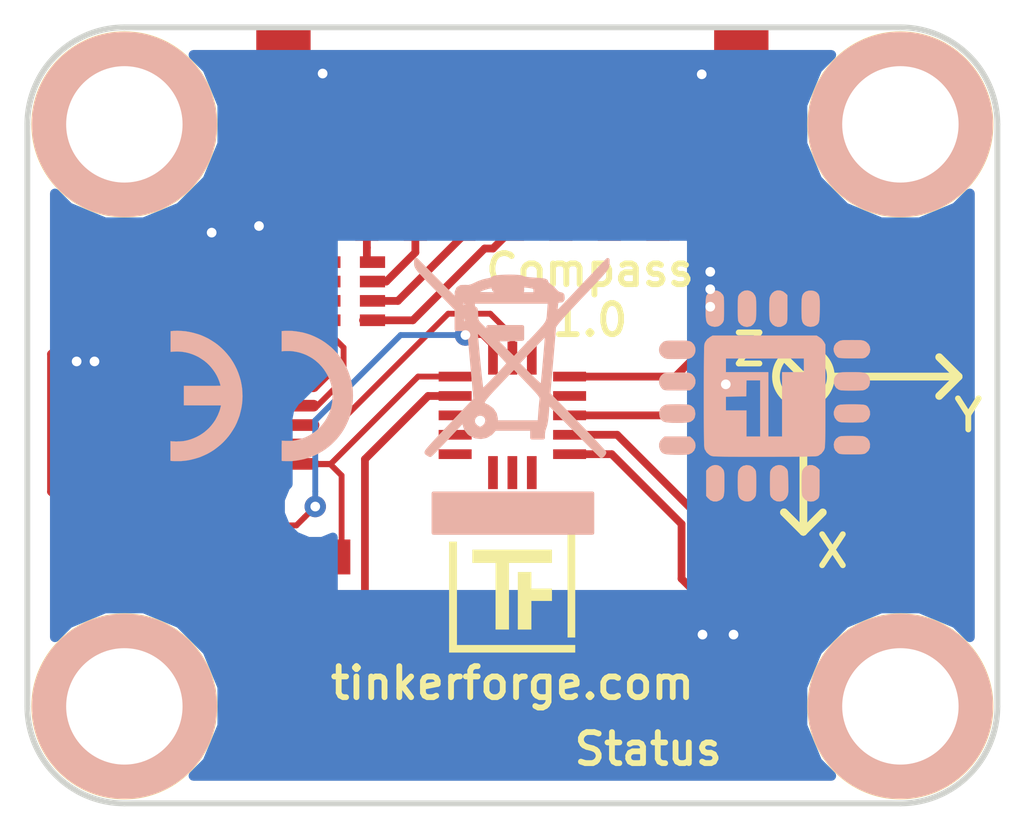
<source format=kicad_pcb>
(kicad_pcb (version 20171130) (host pcbnew 5.0.2-bee76a0~70~ubuntu18.04.1)

  (general
    (thickness 1.6)
    (drawings 24)
    (tracks 192)
    (zones 0)
    (modules 26)
    (nets 19)
  )

  (page A4)
  (title_block
    (title "Compass Bricklet 1.0")
    (date 2019-02-13)
    (rev 1.0)
    (company "Tinkerforge GmbH")
    (comment 1 "Licensed under CERN OHL v.1.1")
    (comment 2 "Copyright (©) 2019, T.Schneidermann <tim@tinkerforge.com>")
  )

  (layers
    (0 F.Cu signal)
    (31 B.Cu signal)
    (32 B.Adhes user)
    (33 F.Adhes user)
    (34 B.Paste user)
    (35 F.Paste user)
    (36 B.SilkS user hide)
    (37 F.SilkS user)
    (38 B.Mask user)
    (39 F.Mask user)
    (40 Dwgs.User user)
    (41 Cmts.User user)
    (42 Eco1.User user)
    (43 Eco2.User user)
    (44 Edge.Cuts user)
    (45 Margin user)
    (46 B.CrtYd user)
    (47 F.CrtYd user)
    (48 B.Fab user)
    (49 F.Fab user)
  )

  (setup
    (last_trace_width 0.25)
    (user_trace_width 0.1)
    (user_trace_width 0.15)
    (user_trace_width 0.2)
    (user_trace_width 0.25)
    (user_trace_width 0.3)
    (trace_clearance 0.15)
    (zone_clearance 0.508)
    (zone_45_only no)
    (trace_min 0.1)
    (segment_width 0.2)
    (edge_width 0.15)
    (via_size 0.8)
    (via_drill 0.4)
    (via_min_size 0.4)
    (via_min_drill 0.25)
    (user_via 0.55 0.25)
    (uvia_size 0.3)
    (uvia_drill 0.1)
    (uvias_allowed no)
    (uvia_min_size 0.2)
    (uvia_min_drill 0.1)
    (pcb_text_width 0.3)
    (pcb_text_size 1.5 1.5)
    (mod_edge_width 0.15)
    (mod_text_size 0.000001 0.000001)
    (mod_text_width 0.15)
    (pad_size 1.4 1.4)
    (pad_drill 0.6)
    (pad_to_mask_clearance 0.051)
    (solder_mask_min_width 0.25)
    (aux_axis_origin 0 0)
    (visible_elements FFFFFF7F)
    (pcbplotparams
      (layerselection 0x010fc_ffffffff)
      (usegerberextensions false)
      (usegerberattributes false)
      (usegerberadvancedattributes false)
      (creategerberjobfile false)
      (excludeedgelayer true)
      (linewidth 0.100000)
      (plotframeref false)
      (viasonmask false)
      (mode 1)
      (useauxorigin false)
      (hpglpennumber 1)
      (hpglpenspeed 20)
      (hpglpendiameter 15.000000)
      (psnegative false)
      (psa4output false)
      (plotreference true)
      (plotvalue true)
      (plotinvisibletext false)
      (padsonsilk false)
      (subtractmaskfromsilk false)
      (outputformat 1)
      (mirror false)
      (drillshape 1)
      (scaleselection 1)
      (outputdirectory ""))
  )

  (net 0 "")
  (net 1 VCC)
  (net 2 GND)
  (net 3 "Net-(C3-Pad1)")
  (net 4 "Net-(D1-Pad2)")
  (net 5 "Net-(P1-Pad4)")
  (net 6 "Net-(P1-Pad5)")
  (net 7 "Net-(P1-Pad6)")
  (net 8 "Net-(P2-Pad1)")
  (net 9 "Net-(P3-Pad2)")
  (net 10 "Net-(R1-Pad1)")
  (net 11 S-MISO)
  (net 12 S-MOSI)
  (net 13 S-CLK)
  (net 14 S-CS)
  (net 15 SDA)
  (net 16 SCL)
  (net 17 INTERRUPT)
  (net 18 "Net-(C6-Pad1)")

  (net_class Default "Dies ist die voreingestellte Netzklasse."
    (clearance 0.15)
    (trace_width 0.25)
    (via_dia 0.8)
    (via_drill 0.4)
    (uvia_dia 0.3)
    (uvia_drill 0.1)
    (add_net GND)
    (add_net INTERRUPT)
    (add_net "Net-(C3-Pad1)")
    (add_net "Net-(C6-Pad1)")
    (add_net "Net-(D1-Pad2)")
    (add_net "Net-(P1-Pad4)")
    (add_net "Net-(P1-Pad5)")
    (add_net "Net-(P1-Pad6)")
    (add_net "Net-(P2-Pad1)")
    (add_net "Net-(P3-Pad2)")
    (add_net "Net-(R1-Pad1)")
    (add_net S-CLK)
    (add_net S-CS)
    (add_net S-MISO)
    (add_net S-MOSI)
    (add_net SCL)
    (add_net SDA)
    (add_net VCC)
  )

  (module kicad-libraries:4X0603 (layer F.Cu) (tedit 590338BF) (tstamp 5C6415C3)
    (at 164.4 102 180)
    (path /5AABE82B)
    (fp_text reference RP2 (at -0.61 0 180) (layer F.Fab)
      (effects (font (size 0.29972 0.29972) (thickness 0.07493)))
    )
    (fp_text value 2k2 (at 1.01 -0.02 180) (layer F.Fab)
      (effects (font (size 0.29972 0.29972) (thickness 0.07493)))
    )
    (fp_line (start -1.6002 -0.8001) (end -1.6002 0.8001) (layer F.Fab) (width 0.01016))
    (fp_line (start -1.6002 0.8001) (end 1.6002 0.8001) (layer F.Fab) (width 0.01016))
    (fp_line (start 1.6002 0.8001) (end 1.6002 -0.8001) (layer F.Fab) (width 0.01016))
    (fp_line (start 1.6002 -0.8001) (end -1.6002 -0.8001) (layer F.Fab) (width 0.01016))
    (pad 1 smd rect (at -1.19888 -0.8509 180) (size 0.44958 0.89916) (layers F.Cu F.Paste F.Mask)
      (net 1 VCC))
    (pad 2 smd rect (at -0.39878 -0.8509 180) (size 0.44958 0.89916) (layers F.Cu F.Paste F.Mask)
      (net 1 VCC))
    (pad 3 smd rect (at 0.39878 -0.8509 180) (size 0.44958 0.89916) (layers F.Cu F.Paste F.Mask)
      (net 1 VCC))
    (pad 4 smd rect (at 1.19888 -0.8509 180) (size 0.44958 0.89916) (layers F.Cu F.Paste F.Mask)
      (net 1 VCC))
    (pad 5 smd rect (at 1.19888 0.8509 180) (size 0.44958 0.89916) (layers F.Cu F.Paste F.Mask)
      (net 15 SDA))
    (pad 6 smd rect (at 0.39878 0.8509 180) (size 0.44958 0.89916) (layers F.Cu F.Paste F.Mask))
    (pad 7 smd rect (at -0.39878 0.8509 180) (size 0.44958 0.89916) (layers F.Cu F.Paste F.Mask))
    (pad 8 smd rect (at -1.19888 0.8509 180) (size 0.44958 0.89916) (layers F.Cu F.Paste F.Mask)
      (net 16 SCL))
    (model Resistors_SMD/R_4x0603.wrl
      (at (xyz 0 0 0))
      (scale (xyz 1 1 1))
      (rotate (xyz 0 0 0))
    )
  )

  (module kicad-libraries:4X0402 (layer F.Cu) (tedit 590B1710) (tstamp 5C6415B3)
    (at 165.82 94.3 90)
    (path /5A858850)
    (attr smd)
    (fp_text reference RP1 (at -0.025 0.25 90) (layer F.Fab)
      (effects (font (size 0.2 0.2) (thickness 0.05)))
    )
    (fp_text value 82 (at -0.025 -0.45 90) (layer F.Fab)
      (effects (font (size 0.2 0.2) (thickness 0.05)))
    )
    (fp_line (start -1.04902 -0.89916) (end 1.04902 -0.89916) (layer F.Fab) (width 0.001))
    (fp_line (start 1.04902 -0.89916) (end 1.04902 0.89916) (layer F.Fab) (width 0.001))
    (fp_line (start -1.04902 0.89916) (end 1.04902 0.89916) (layer F.Fab) (width 0.001))
    (fp_line (start -1.04902 -0.89916) (end -1.04902 0.89916) (layer F.Fab) (width 0.001))
    (pad 1 smd rect (at -0.7493 0.575 270) (size 0.29972 0.65) (layers F.Cu F.Paste F.Mask)
      (net 5 "Net-(P1-Pad4)"))
    (pad 2 smd rect (at -0.24892 0.575 270) (size 0.29972 0.65) (layers F.Cu F.Paste F.Mask)
      (net 6 "Net-(P1-Pad5)"))
    (pad 3 smd rect (at 0.24892 0.575 270) (size 0.29972 0.65) (layers F.Cu F.Paste F.Mask)
      (net 7 "Net-(P1-Pad6)"))
    (pad 4 smd rect (at 0.7493 0.575 270) (size 0.29972 0.65) (layers F.Cu F.Paste F.Mask)
      (net 3 "Net-(C3-Pad1)"))
    (pad 5 smd rect (at 0.7493 -0.575 90) (size 0.29972 0.65) (layers F.Cu F.Paste F.Mask)
      (net 11 S-MISO))
    (pad 6 smd rect (at 0.24892 -0.575 90) (size 0.29972 0.65) (layers F.Cu F.Paste F.Mask)
      (net 12 S-MOSI))
    (pad 7 smd rect (at -0.24892 -0.575 90) (size 0.29972 0.65) (layers F.Cu F.Paste F.Mask)
      (net 13 S-CLK))
    (pad 8 smd rect (at -0.7493 -0.575 90) (size 0.29972 0.65) (layers F.Cu F.Paste F.Mask)
      (net 14 S-CS))
    (model Resistors_SMD/R_4x0402.wrl
      (at (xyz 0 0 0))
      (scale (xyz 1 1 1))
      (rotate (xyz 0 0 90))
    )
  )

  (module kicad-libraries:C0603F (layer F.Cu) (tedit 58F5DD02) (tstamp 5C641535)
    (at 159 97.5 90)
    (path /4C5FD6ED)
    (attr smd)
    (fp_text reference C1 (at 0.05 0.225 90) (layer F.Fab)
      (effects (font (size 0.2 0.2) (thickness 0.05)))
    )
    (fp_text value 100nF (at 0.05 -0.375 90) (layer F.Fab)
      (effects (font (size 0.2 0.2) (thickness 0.05)))
    )
    (fp_line (start -1.45034 -0.65024) (end 1.45034 -0.65024) (layer F.Fab) (width 0.001))
    (fp_line (start 1.45034 -0.65024) (end 1.45034 0.65024) (layer F.Fab) (width 0.001))
    (fp_line (start 1.45034 0.65024) (end -1.45034 0.65024) (layer F.Fab) (width 0.001))
    (fp_line (start -1.45034 0.65024) (end -1.45034 -0.65024) (layer F.Fab) (width 0.001))
    (pad 1 smd rect (at -0.75 0 90) (size 0.9 0.9) (layers F.Cu F.Paste F.Mask)
      (net 1 VCC))
    (pad 2 smd rect (at 0.75 0 90) (size 0.9 0.9) (layers F.Cu F.Paste F.Mask)
      (net 2 GND))
    (model Capacitors_SMD/C_0603.wrl
      (at (xyz 0 0 0))
      (scale (xyz 1 1 1))
      (rotate (xyz 0 0 0))
    )
  )

  (module kicad-libraries:C0603F (layer F.Cu) (tedit 58F5DD02) (tstamp 5C64153F)
    (at 175.5 98.3 270)
    (path /5C6471E1)
    (attr smd)
    (fp_text reference C2 (at 0 0.3 270) (layer F.Fab)
      (effects (font (size 0.2 0.2) (thickness 0.05)))
    )
    (fp_text value 1uF (at 0.05 -0.375 270) (layer F.Fab)
      (effects (font (size 0.2 0.2) (thickness 0.05)))
    )
    (fp_line (start -1.45034 -0.65024) (end 1.45034 -0.65024) (layer F.Fab) (width 0.001))
    (fp_line (start 1.45034 -0.65024) (end 1.45034 0.65024) (layer F.Fab) (width 0.001))
    (fp_line (start 1.45034 0.65024) (end -1.45034 0.65024) (layer F.Fab) (width 0.001))
    (fp_line (start -1.45034 0.65024) (end -1.45034 -0.65024) (layer F.Fab) (width 0.001))
    (pad 1 smd rect (at -0.75 0 270) (size 0.9 0.9) (layers F.Cu F.Paste F.Mask)
      (net 2 GND))
    (pad 2 smd rect (at 0.75 0 270) (size 0.9 0.9) (layers F.Cu F.Paste F.Mask)
      (net 1 VCC))
    (model Capacitors_SMD/C_0603.wrl
      (at (xyz 0 0 0))
      (scale (xyz 1 1 1))
      (rotate (xyz 0 0 0))
    )
  )

  (module kicad-libraries:C0402F (layer F.Cu) (tedit 5A0C5AF6) (tstamp 5C641B71)
    (at 164.6 92.6 180)
    (path /5A857E2E)
    (fp_text reference C3 (at 0.1 0.15 180) (layer F.Fab)
      (effects (font (size 0.2 0.2) (thickness 0.05)))
    )
    (fp_text value 220pF (at 0 -0.15 180) (layer F.Fab)
      (effects (font (size 0.2 0.2) (thickness 0.05)))
    )
    (fp_line (start -0.9 -0.45) (end 0.9 -0.45) (layer F.Fab) (width 0.025))
    (fp_line (start 0.9 -0.45) (end 0.9 0.45) (layer F.Fab) (width 0.025))
    (fp_line (start 0.9 0.45) (end -0.9 0.45) (layer F.Fab) (width 0.025))
    (fp_line (start -0.9 0.45) (end -0.9 -0.45) (layer F.Fab) (width 0.025))
    (pad 2 smd rect (at 0.5 0 180) (size 0.6 0.7) (layers F.Cu F.Paste F.Mask)
      (net 2 GND))
    (pad 1 smd rect (at -0.5 0 180) (size 0.6 0.7) (layers F.Cu F.Paste F.Mask)
      (net 3 "Net-(C3-Pad1)"))
    (model Capacitors_SMD/C_0402.wrl
      (at (xyz 0 0 0))
      (scale (xyz 1 1 1))
      (rotate (xyz 0 0 0))
    )
  )

  (module kicad-libraries:C0805 (layer F.Cu) (tedit 58F5DFFC) (tstamp 5C641553)
    (at 176.55 92.7 180)
    (path /5A8580CD)
    (attr smd)
    (fp_text reference C4 (at 0 0.3 180) (layer F.Fab)
      (effects (font (size 0.2 0.2) (thickness 0.05)))
    )
    (fp_text value 10uF (at 0 -0.2 180) (layer F.Fab)
      (effects (font (size 0.2 0.2) (thickness 0.05)))
    )
    (fp_line (start 1.651 -0.8001) (end -1.651 -0.8001) (layer F.Fab) (width 0.001))
    (fp_line (start 1.651 0.8001) (end 1.651 -0.8001) (layer F.Fab) (width 0.001))
    (fp_line (start -1.651 0.8001) (end 1.651 0.8001) (layer F.Fab) (width 0.001))
    (fp_line (start -1.651 -0.8001) (end -1.651 0.8001) (layer F.Fab) (width 0.001))
    (pad 2 smd rect (at 1.00076 0 180) (size 1.00076 1.24968) (layers F.Cu F.Paste F.Mask)
      (net 2 GND) (clearance 0.14986))
    (pad 1 smd rect (at -1.00076 0 180) (size 1.00076 1.24968) (layers F.Cu F.Paste F.Mask)
      (net 1 VCC) (clearance 0.14986))
    (model Capacitors_SMD/C_0805.wrl
      (at (xyz 0 0 0))
      (scale (xyz 1 1 1))
      (rotate (xyz 0 0 0))
    )
  )

  (module kicad-libraries:C0603F (layer F.Cu) (tedit 58F5DD02) (tstamp 5C64155D)
    (at 176.55 94.15 180)
    (path /5A858141)
    (attr smd)
    (fp_text reference C5 (at 0.05 0.225 180) (layer F.Fab)
      (effects (font (size 0.2 0.2) (thickness 0.05)))
    )
    (fp_text value 1uF (at 0.05 -0.375 180) (layer F.Fab)
      (effects (font (size 0.2 0.2) (thickness 0.05)))
    )
    (fp_line (start -1.45034 0.65024) (end -1.45034 -0.65024) (layer F.Fab) (width 0.001))
    (fp_line (start 1.45034 0.65024) (end -1.45034 0.65024) (layer F.Fab) (width 0.001))
    (fp_line (start 1.45034 -0.65024) (end 1.45034 0.65024) (layer F.Fab) (width 0.001))
    (fp_line (start -1.45034 -0.65024) (end 1.45034 -0.65024) (layer F.Fab) (width 0.001))
    (pad 2 smd rect (at 0.75 0 180) (size 0.9 0.9) (layers F.Cu F.Paste F.Mask)
      (net 2 GND))
    (pad 1 smd rect (at -0.75 0 180) (size 0.9 0.9) (layers F.Cu F.Paste F.Mask)
      (net 1 VCC))
    (model Capacitors_SMD/C_0603.wrl
      (at (xyz 0 0 0))
      (scale (xyz 1 1 1))
      (rotate (xyz 0 0 0))
    )
  )

  (module kicad-libraries:C0805 (layer F.Cu) (tedit 58F5DFFC) (tstamp 5C641567)
    (at 175.3 101.5 270)
    (path /5C63B458)
    (attr smd)
    (fp_text reference C6 (at 0 0.3 270) (layer F.Fab)
      (effects (font (size 0.2 0.2) (thickness 0.05)))
    )
    (fp_text value 10uF (at 0 -0.2 270) (layer F.Fab)
      (effects (font (size 0.2 0.2) (thickness 0.05)))
    )
    (fp_line (start -1.651 -0.8001) (end -1.651 0.8001) (layer F.Fab) (width 0.001))
    (fp_line (start -1.651 0.8001) (end 1.651 0.8001) (layer F.Fab) (width 0.001))
    (fp_line (start 1.651 0.8001) (end 1.651 -0.8001) (layer F.Fab) (width 0.001))
    (fp_line (start 1.651 -0.8001) (end -1.651 -0.8001) (layer F.Fab) (width 0.001))
    (pad 1 smd rect (at -1.00076 0 270) (size 1.00076 1.24968) (layers F.Cu F.Paste F.Mask)
      (net 18 "Net-(C6-Pad1)") (clearance 0.14986))
    (pad 2 smd rect (at 1.00076 0 270) (size 1.00076 1.24968) (layers F.Cu F.Paste F.Mask)
      (net 2 GND) (clearance 0.14986))
    (model Capacitors_SMD/C_0805.wrl
      (at (xyz 0 0 0))
      (scale (xyz 1 1 1))
      (rotate (xyz 0 0 0))
    )
  )

  (module kicad-libraries:D0603F (layer F.Cu) (tedit 5910237C) (tstamp 5C641578)
    (at 170 106.11 180)
    (path /5A85D073)
    (attr smd)
    (fp_text reference D1 (at -0.775 0.45 180) (layer F.Fab)
      (effects (font (size 0.2 0.2) (thickness 0.05)))
    )
    (fp_text value blue (at 0.75 0.45 180) (layer F.Fab)
      (effects (font (size 0.2 0.2) (thickness 0.05)))
    )
    (fp_line (start -0.75 -0.3) (end -0.75 0.3) (layer F.Fab) (width 0.05))
    (fp_line (start -1.05 0) (end -0.45 0) (layer F.Fab) (width 0.05))
    (fp_line (start 0.45 0) (end 1.05 0) (layer F.Fab) (width 0.05))
    (fp_line (start 0 -0.3) (end 0 0.3) (layer F.Fab) (width 0.05))
    (fp_line (start -0.3 -0.3) (end -0.3 0.3) (layer F.Fab) (width 0.05))
    (fp_line (start -0.3 0.3) (end 0 0) (layer F.Fab) (width 0.05))
    (fp_line (start 0 0) (end -0.3 -0.3) (layer F.Fab) (width 0.05))
    (fp_line (start -1.45034 -0.65024) (end 1.45034 -0.65024) (layer F.Fab) (width 0.001))
    (fp_line (start 1.45034 -0.65024) (end 1.45034 0.65024) (layer F.Fab) (width 0.001))
    (fp_line (start 1.45034 0.65024) (end -1.45034 0.65024) (layer F.Fab) (width 0.001))
    (fp_line (start -1.45034 0.65024) (end -1.45034 -0.65024) (layer F.Fab) (width 0.001))
    (pad 1 smd rect (at -0.75 0 180) (size 0.9 0.9) (layers F.Cu F.Paste F.Mask)
      (net 1 VCC))
    (pad 2 smd rect (at 0.75 0 180) (size 0.9 0.9) (layers F.Cu F.Paste F.Mask)
      (net 4 "Net-(D1-Pad2)"))
    (model LED_SMD/D_0603_blue.wrl
      (at (xyz 0 0 0))
      (scale (xyz 1 1 1))
      (rotate (xyz -90 0 0))
    )
  )

  (module kicad-libraries:CON-SENSOR2 (layer F.Cu) (tedit 59030BED) (tstamp 5C64158B)
    (at 170 87.5 180)
    (path /4C5FCF27)
    (fp_text reference P1 (at 0 -2.85 180) (layer F.Fab)
      (effects (font (size 0.3 0.3) (thickness 0.075)))
    )
    (fp_text value CON-SENSOR2 (at 0 -1.6002 180) (layer F.Fab)
      (effects (font (size 0.29972 0.29972) (thickness 0.07112)))
    )
    (fp_line (start -5 -0.25) (end -4.75 -0.75) (layer F.Fab) (width 0.05))
    (fp_line (start -4.75 -0.75) (end -4.5 -0.25) (layer F.Fab) (width 0.05))
    (fp_line (start -6 -0.25) (end 6 -0.25) (layer F.Fab) (width 0.05))
    (fp_line (start 6 -0.25) (end 6 -4.3) (layer F.Fab) (width 0.05))
    (fp_line (start 6 -4.3) (end -6 -4.3) (layer F.Fab) (width 0.05))
    (fp_line (start -6 -4.3) (end -6 -0.25) (layer F.Fab) (width 0.05))
    (pad 1 smd rect (at -3.75 -4.6 180) (size 0.6 1.8) (layers F.Cu F.Paste F.Mask))
    (pad 2 smd rect (at -2.5 -4.6 180) (size 0.6 1.8) (layers F.Cu F.Paste F.Mask)
      (net 2 GND))
    (pad EP smd rect (at -5.9 -1.2 180) (size 1.4 2.4) (layers F.Cu F.Paste F.Mask)
      (net 2 GND))
    (pad EP smd rect (at 5.9 -1.2 180) (size 1.4 2.4) (layers F.Cu F.Paste F.Mask)
      (net 2 GND))
    (pad 3 smd rect (at -1.25 -4.6 180) (size 0.6 1.8) (layers F.Cu F.Paste F.Mask)
      (net 1 VCC))
    (pad 4 smd rect (at 0 -4.6 180) (size 0.6 1.8) (layers F.Cu F.Paste F.Mask)
      (net 5 "Net-(P1-Pad4)"))
    (pad 5 smd rect (at 1.25 -4.6 180) (size 0.6 1.8) (layers F.Cu F.Paste F.Mask)
      (net 6 "Net-(P1-Pad5)"))
    (pad 6 smd rect (at 2.5 -4.6 180) (size 0.6 1.8) (layers F.Cu F.Paste F.Mask)
      (net 7 "Net-(P1-Pad6)"))
    (pad 7 smd rect (at 3.75 -4.6 180) (size 0.6 1.8) (layers F.Cu F.Paste F.Mask)
      (net 3 "Net-(C3-Pad1)"))
    (model Connectors_TF/BrickletConn_7pin.wrl
      (offset (xyz 0 2.539999961853027 0))
      (scale (xyz 1 1 1))
      (rotate (xyz 0 0 0))
    )
  )

  (module kicad-libraries:DEBUG_PAD (layer F.Cu) (tedit 590B3FBE) (tstamp 5C641590)
    (at 161.9 101.25)
    (path /5A85E12C)
    (fp_text reference P2 (at 0 0.175) (layer F.Fab)
      (effects (font (size 0.15 0.15) (thickness 0.0375)))
    )
    (fp_text value DEBUG (at 0 -0.15) (layer F.Fab)
      (effects (font (size 0.15 0.15) (thickness 0.0375)))
    )
    (pad 1 smd circle (at 0 0) (size 0.7 0.7) (layers F.Cu F.Paste F.Mask)
      (net 8 "Net-(P2-Pad1)"))
  )

  (module kicad-libraries:SolderJumper (layer F.Cu) (tedit 590B2DE4) (tstamp 5C641599)
    (at 162.25 93.7 270)
    (path /5A85D115)
    (fp_text reference P3 (at 0 0.35 270) (layer F.Fab)
      (effects (font (size 0.3 0.3) (thickness 0.0712)))
    )
    (fp_text value BOOT (at 0 -0.35 270) (layer F.Fab)
      (effects (font (size 0.3 0.3) (thickness 0.0712)))
    )
    (pad 2 smd rect (at 0.55 0 270) (size 0.3 1.4) (layers F.Cu F.Mask)
      (net 9 "Net-(P3-Pad2)"))
    (pad 2 smd rect (at 0.15 0 270) (size 0.6 0.5) (layers F.Cu F.Mask)
      (net 9 "Net-(P3-Pad2)"))
    (pad 1 smd rect (at -0.5 0 270) (size 0.4 1.4) (layers F.Cu F.Mask)
      (net 2 GND))
    (pad 1 smd rect (at -0.225 0.55 270) (size 0.95 0.3) (layers F.Cu F.Mask)
      (net 2 GND))
    (pad 1 smd rect (at -0.225 -0.55 270) (size 0.95 0.3) (layers F.Cu F.Mask)
      (net 2 GND))
  )

  (module kicad-libraries:R0603F (layer F.Cu) (tedit 58F5DD02) (tstamp 5C6415A3)
    (at 167.02 106.11)
    (path /5A85CFF4)
    (attr smd)
    (fp_text reference R1 (at 0.05 0.225) (layer F.Fab)
      (effects (font (size 0.2 0.2) (thickness 0.05)))
    )
    (fp_text value 1k (at 0.05 -0.375) (layer F.Fab)
      (effects (font (size 0.2 0.2) (thickness 0.05)))
    )
    (fp_line (start -1.45034 -0.65024) (end 1.45034 -0.65024) (layer F.Fab) (width 0.001))
    (fp_line (start 1.45034 -0.65024) (end 1.45034 0.65024) (layer F.Fab) (width 0.001))
    (fp_line (start 1.45034 0.65024) (end -1.45034 0.65024) (layer F.Fab) (width 0.001))
    (fp_line (start -1.45034 0.65024) (end -1.45034 -0.65024) (layer F.Fab) (width 0.001))
    (pad 1 smd rect (at -0.75 0) (size 0.9 0.9) (layers F.Cu F.Paste F.Mask)
      (net 10 "Net-(R1-Pad1)"))
    (pad 2 smd rect (at 0.75 0) (size 0.9 0.9) (layers F.Cu F.Paste F.Mask)
      (net 4 "Net-(D1-Pad2)"))
    (model Resistors_SMD/R_0603.wrl
      (at (xyz 0 0 0))
      (scale (xyz 1 1 1))
      (rotate (xyz 0 0 0))
    )
  )

  (module kicad-libraries:QFN24-4x4mm-0.5mm (layer F.Cu) (tedit 590CA070) (tstamp 5C6415E8)
    (at 162.5 97.5 270)
    (tags "QFN 24pin 0.5")
    (path /5A856B8E)
    (attr smd)
    (fp_text reference U1 (at 0 -0.4 270) (layer F.Fab)
      (effects (font (size 0.3 0.3) (thickness 0.075)))
    )
    (fp_text value XMC1XXX24 (at 0 0.8 270) (layer F.Fab)
      (effects (font (size 0.3 0.3) (thickness 0.075)))
    )
    (fp_line (start -1 -2) (end 2 -2) (layer F.Fab) (width 0.15))
    (fp_line (start 2 -2) (end 2 2) (layer F.Fab) (width 0.15))
    (fp_line (start 2 2) (end -2 2) (layer F.Fab) (width 0.15))
    (fp_line (start -2 2) (end -2 -1) (layer F.Fab) (width 0.15))
    (fp_line (start -2 -1) (end -1 -2) (layer F.Fab) (width 0.15))
    (pad 1 smd oval (at -2.025 -1.25 270) (size 1 0.3) (layers F.Cu F.Paste F.Mask)
      (net 11 S-MISO))
    (pad 2 smd oval (at -2.025 -0.75 270) (size 1 0.3) (layers F.Cu F.Paste F.Mask))
    (pad 3 smd oval (at -2.025 -0.25 270) (size 1 0.3) (layers F.Cu F.Paste F.Mask))
    (pad 4 smd oval (at -2.025 0.25 270) (size 1 0.3) (layers F.Cu F.Paste F.Mask)
      (net 9 "Net-(P3-Pad2)"))
    (pad 5 smd oval (at -2.025 0.75 270) (size 1 0.3) (layers F.Cu F.Paste F.Mask))
    (pad 6 smd oval (at -2.025 1.25 270) (size 1 0.3) (layers F.Cu F.Paste F.Mask))
    (pad 7 smd oval (at -1.25 2.025) (size 1 0.3) (layers F.Cu F.Paste F.Mask)
      (net 10 "Net-(R1-Pad1)"))
    (pad 8 smd oval (at -0.75 2.025) (size 1 0.3) (layers F.Cu F.Paste F.Mask))
    (pad 9 smd oval (at -0.25 2.025) (size 1 0.3) (layers F.Cu F.Paste F.Mask)
      (net 2 GND))
    (pad 10 smd oval (at 0.25 2.025) (size 1 0.3) (layers F.Cu F.Paste F.Mask)
      (net 1 VCC))
    (pad 11 smd oval (at 0.75 2.025) (size 1 0.3) (layers F.Cu F.Paste F.Mask))
    (pad 12 smd oval (at 1.25 2.025) (size 1 0.3) (layers F.Cu F.Paste F.Mask))
    (pad 13 smd oval (at 2.025 1.25 270) (size 1 0.3) (layers F.Cu F.Paste F.Mask))
    (pad 14 smd oval (at 2.025 0.75 270) (size 1 0.3) (layers F.Cu F.Paste F.Mask))
    (pad 15 smd oval (at 2.025 0.25 270) (size 1 0.3) (layers F.Cu F.Paste F.Mask)
      (net 8 "Net-(P2-Pad1)"))
    (pad 16 smd oval (at 2.025 -0.25 270) (size 1 0.3) (layers F.Cu F.Paste F.Mask))
    (pad 17 smd oval (at 2.025 -0.75 270) (size 1 0.3) (layers F.Cu F.Paste F.Mask)
      (net 15 SDA))
    (pad 18 smd oval (at 2.025 -1.25 270) (size 1 0.3) (layers F.Cu F.Paste F.Mask))
    (pad 19 smd oval (at 1.25 -2.025) (size 1 0.3) (layers F.Cu F.Paste F.Mask)
      (net 16 SCL))
    (pad 20 smd oval (at 0.75 -2.025) (size 1 0.3) (layers F.Cu F.Paste F.Mask)
      (net 17 INTERRUPT))
    (pad 21 smd oval (at 0.25 -2.025) (size 1 0.3) (layers F.Cu F.Paste F.Mask))
    (pad 22 smd oval (at -0.25 -2.025) (size 1 0.3) (layers F.Cu F.Paste F.Mask)
      (net 14 S-CS))
    (pad 23 smd oval (at -0.75 -2.025) (size 1 0.3) (layers F.Cu F.Paste F.Mask)
      (net 13 S-CLK))
    (pad 24 smd oval (at -1.25 -2.025) (size 1 0.3) (layers F.Cu F.Paste F.Mask)
      (net 12 S-MOSI))
    (pad EXP smd rect (at 0.65 0.65 270) (size 1.3 1.3) (layers F.Cu F.Paste F.Mask)
      (net 2 GND) (solder_paste_margin_ratio -0.2))
    (pad EXP smd rect (at 0.65 -0.65 270) (size 1.3 1.3) (layers F.Cu F.Paste F.Mask)
      (net 2 GND) (solder_paste_margin_ratio -0.2))
    (pad EXP smd rect (at -0.65 0.65 270) (size 1.3 1.3) (layers F.Cu F.Paste F.Mask)
      (net 2 GND) (solder_paste_margin_ratio -0.2))
    (pad EXP smd rect (at -0.65 -0.65 270) (size 1.3 1.3) (layers F.Cu F.Paste F.Mask)
      (net 2 GND) (solder_paste_margin_ratio -0.2))
    (model Housings_DFN_QFN/QFN-24_4x4mm_Pitch0.5mm.wrl
      (at (xyz 0 0 0))
      (scale (xyz 1 1 1))
      (rotate (xyz 90 180 180))
    )
  )

  (module kicad-libraries:LGA-16-3x3 (layer F.Cu) (tedit 59566D4E) (tstamp 5C641601)
    (at 170 97.5)
    (path /5C633EC1)
    (fp_text reference U2 (at 0 -0.70104) (layer F.Fab)
      (effects (font (size 0.29972 0.29972) (thickness 0.06604)))
    )
    (fp_text value MMC5883MA (at 0 0.29972) (layer F.Fab)
      (effects (font (size 0.29972 0.29972) (thickness 0.06604)))
    )
    (fp_circle (center -0.8 -0.9) (end -0.7 -0.8) (layer F.Fab) (width 0.05))
    (fp_line (start -1.5 -1.5) (end 1.5 -1.5) (layer F.Fab) (width 0.05))
    (fp_line (start 1.5 -1.5) (end 1.5 1.5) (layer F.Fab) (width 0.05))
    (fp_line (start 1.5 1.5) (end -1.5 1.5) (layer F.Fab) (width 0.05))
    (fp_line (start -1.5 1.5) (end -1.5 -1.5) (layer F.Fab) (width 0.05))
    (pad 1 smd rect (at -1.475 -1) (size 0.85 0.25) (layers F.Cu F.Paste F.Mask)
      (net 16 SCL))
    (pad 2 smd rect (at -1.475 -0.5) (size 0.85 0.25) (layers F.Cu F.Paste F.Mask)
      (net 1 VCC))
    (pad 3 smd rect (at -1.475 0) (size 0.85 0.25) (layers F.Cu F.Paste F.Mask))
    (pad 4 smd rect (at -1.475 0.5) (size 0.85 0.25) (layers F.Cu F.Paste F.Mask))
    (pad 5 smd rect (at -1.475 1) (size 0.85 0.25) (layers F.Cu F.Paste F.Mask))
    (pad 6 smd rect (at -0.5 1.475) (size 0.25 0.85) (layers F.Cu F.Paste F.Mask))
    (pad 7 smd rect (at 0 1.475) (size 0.25 0.85) (layers F.Cu F.Paste F.Mask))
    (pad 8 smd rect (at 0.5 1.475) (size 0.25 0.85) (layers F.Cu F.Paste F.Mask))
    (pad 9 smd rect (at 1.475 1) (size 0.85 0.25) (layers F.Cu F.Paste F.Mask)
      (net 2 GND))
    (pad 10 smd rect (at 1.475 0.5) (size 0.85 0.25) (layers F.Cu F.Paste F.Mask)
      (net 18 "Net-(C6-Pad1)"))
    (pad 11 smd rect (at 1.475 0) (size 0.85 0.25) (layers F.Cu F.Paste F.Mask)
      (net 2 GND))
    (pad 12 smd rect (at 1.475 -0.5) (size 0.85 0.25) (layers F.Cu F.Paste F.Mask))
    (pad 13 smd rect (at 1.475 -1) (size 0.85 0.25) (layers F.Cu F.Paste F.Mask)
      (net 1 VCC))
    (pad 14 smd rect (at 0.5 -1.475) (size 0.25 0.85) (layers F.Cu F.Paste F.Mask))
    (pad 15 smd rect (at 0 -1.475) (size 0.25 0.85) (layers F.Cu F.Paste F.Mask)
      (net 17 INTERRUPT))
    (pad 16 smd rect (at -0.5 -1.475) (size 0.25 0.85) (layers F.Cu F.Paste F.Mask)
      (net 15 SDA))
    (model Housings_DFN_QFN/LGA-16_3x3mm_Pitch0.5mm.wrl
      (at (xyz 0 0 0))
      (scale (xyz 1 1 1))
      (rotate (xyz 0 0 0))
    )
  )

  (module kicad-libraries:DRILL_NP (layer F.Cu) (tedit 530C7871) (tstamp 5C64160F)
    (at 160 90)
    (path /4C6050A5)
    (fp_text reference U3 (at 0 0) (layer F.SilkS) hide
      (effects (font (size 0.29972 0.29972) (thickness 0.0762)))
    )
    (fp_text value DRILL (at 0 0.50038) (layer F.SilkS) hide
      (effects (font (size 0.29972 0.29972) (thickness 0.0762)))
    )
    (fp_circle (center 0 0) (end 2.19964 0) (layer B.SilkS) (width 0.381))
    (fp_circle (center 0 0) (end 1.89992 0) (layer B.SilkS) (width 0.381))
    (fp_circle (center 0 0) (end 1.69926 0) (layer B.SilkS) (width 0.381))
    (fp_circle (center 0 0) (end 1.39954 0) (layer F.SilkS) (width 0.381))
    (fp_circle (center 0 0) (end 1.39954 -0.09906) (layer B.SilkS) (width 0.381))
    (fp_circle (center 0 0) (end 1.69926 0) (layer F.SilkS) (width 0.381))
    (fp_circle (center 0 0) (end 1.99898 -0.20066) (layer F.SilkS) (width 0.381))
    (fp_circle (center 0 0) (end 2.19964 -0.20066) (layer F.SilkS) (width 0.381))
    (fp_circle (center 0 0) (end 3.2 0) (layer Eco2.User) (width 0.01))
    (pad "" np_thru_hole circle (at 0 0) (size 2.99974 2.99974) (drill 2.99974) (layers *.Cu *.Mask F.SilkS)
      (clearance 0.89916))
  )

  (module kicad-libraries:DRILL_NP (layer F.Cu) (tedit 530C7871) (tstamp 5C64161D)
    (at 180 90)
    (path /4C6050A2)
    (fp_text reference U4 (at 0 0) (layer F.SilkS) hide
      (effects (font (size 0.29972 0.29972) (thickness 0.0762)))
    )
    (fp_text value DRILL (at 0 0.50038) (layer F.SilkS) hide
      (effects (font (size 0.29972 0.29972) (thickness 0.0762)))
    )
    (fp_circle (center 0 0) (end 3.2 0) (layer Eco2.User) (width 0.01))
    (fp_circle (center 0 0) (end 2.19964 -0.20066) (layer F.SilkS) (width 0.381))
    (fp_circle (center 0 0) (end 1.99898 -0.20066) (layer F.SilkS) (width 0.381))
    (fp_circle (center 0 0) (end 1.69926 0) (layer F.SilkS) (width 0.381))
    (fp_circle (center 0 0) (end 1.39954 -0.09906) (layer B.SilkS) (width 0.381))
    (fp_circle (center 0 0) (end 1.39954 0) (layer F.SilkS) (width 0.381))
    (fp_circle (center 0 0) (end 1.69926 0) (layer B.SilkS) (width 0.381))
    (fp_circle (center 0 0) (end 1.89992 0) (layer B.SilkS) (width 0.381))
    (fp_circle (center 0 0) (end 2.19964 0) (layer B.SilkS) (width 0.381))
    (pad "" np_thru_hole circle (at 0 0) (size 2.99974 2.99974) (drill 2.99974) (layers *.Cu *.Mask F.SilkS)
      (clearance 0.89916))
  )

  (module kicad-libraries:DRILL_NP (layer F.Cu) (tedit 530C7871) (tstamp 5C64162B)
    (at 160 105)
    (path /4C605099)
    (fp_text reference U5 (at 0 0) (layer F.SilkS) hide
      (effects (font (size 0.29972 0.29972) (thickness 0.0762)))
    )
    (fp_text value DRILL (at 0 0.50038) (layer F.SilkS) hide
      (effects (font (size 0.29972 0.29972) (thickness 0.0762)))
    )
    (fp_circle (center 0 0) (end 3.2 0) (layer Eco2.User) (width 0.01))
    (fp_circle (center 0 0) (end 2.19964 -0.20066) (layer F.SilkS) (width 0.381))
    (fp_circle (center 0 0) (end 1.99898 -0.20066) (layer F.SilkS) (width 0.381))
    (fp_circle (center 0 0) (end 1.69926 0) (layer F.SilkS) (width 0.381))
    (fp_circle (center 0 0) (end 1.39954 -0.09906) (layer B.SilkS) (width 0.381))
    (fp_circle (center 0 0) (end 1.39954 0) (layer F.SilkS) (width 0.381))
    (fp_circle (center 0 0) (end 1.69926 0) (layer B.SilkS) (width 0.381))
    (fp_circle (center 0 0) (end 1.89992 0) (layer B.SilkS) (width 0.381))
    (fp_circle (center 0 0) (end 2.19964 0) (layer B.SilkS) (width 0.381))
    (pad "" np_thru_hole circle (at 0 0) (size 2.99974 2.99974) (drill 2.99974) (layers *.Cu *.Mask F.SilkS)
      (clearance 0.89916))
  )

  (module kicad-libraries:DRILL_NP (layer F.Cu) (tedit 530C7871) (tstamp 5C641639)
    (at 180 105)
    (path /4C60509F)
    (fp_text reference U6 (at 0 0) (layer F.SilkS) hide
      (effects (font (size 0.29972 0.29972) (thickness 0.0762)))
    )
    (fp_text value DRILL (at 0 0.50038) (layer F.SilkS) hide
      (effects (font (size 0.29972 0.29972) (thickness 0.0762)))
    )
    (fp_circle (center 0 0) (end 2.19964 0) (layer B.SilkS) (width 0.381))
    (fp_circle (center 0 0) (end 1.89992 0) (layer B.SilkS) (width 0.381))
    (fp_circle (center 0 0) (end 1.69926 0) (layer B.SilkS) (width 0.381))
    (fp_circle (center 0 0) (end 1.39954 0) (layer F.SilkS) (width 0.381))
    (fp_circle (center 0 0) (end 1.39954 -0.09906) (layer B.SilkS) (width 0.381))
    (fp_circle (center 0 0) (end 1.69926 0) (layer F.SilkS) (width 0.381))
    (fp_circle (center 0 0) (end 1.99898 -0.20066) (layer F.SilkS) (width 0.381))
    (fp_circle (center 0 0) (end 2.19964 -0.20066) (layer F.SilkS) (width 0.381))
    (fp_circle (center 0 0) (end 3.2 0) (layer Eco2.User) (width 0.01))
    (pad "" np_thru_hole circle (at 0 0) (size 2.99974 2.99974) (drill 2.99974) (layers *.Cu *.Mask F.SilkS)
      (clearance 0.89916))
  )

  (module kicad-libraries:Fiducial_Mark (layer F.Cu) (tedit 560531B0) (tstamp 5C645342)
    (at 160 94)
    (attr smd)
    (fp_text reference Fiducial_Mark (at 0 0) (layer F.SilkS) hide
      (effects (font (size 0.127 0.127) (thickness 0.03302)))
    )
    (fp_text value VAL** (at 0 -0.29972) (layer F.SilkS) hide
      (effects (font (size 0.127 0.127) (thickness 0.03302)))
    )
    (fp_circle (center 0 0) (end 1.15062 0) (layer Dwgs.User) (width 0.01016))
    (pad 1 smd circle (at 0 0) (size 1.00076 1.00076) (layers F.Cu F.Paste F.Mask)
      (clearance 0.65024))
  )

  (module kicad-libraries:Fiducial_Mark (layer F.Cu) (tedit 560531B0) (tstamp 5C645382)
    (at 180 94)
    (attr smd)
    (fp_text reference Fiducial_Mark (at 0 0) (layer F.SilkS) hide
      (effects (font (size 0.127 0.127) (thickness 0.03302)))
    )
    (fp_text value VAL** (at 0 -0.29972) (layer F.SilkS) hide
      (effects (font (size 0.127 0.127) (thickness 0.03302)))
    )
    (fp_circle (center 0 0) (end 1.15062 0) (layer Dwgs.User) (width 0.01016))
    (pad 1 smd circle (at 0 0) (size 1.00076 1.00076) (layers F.Cu F.Paste F.Mask)
      (clearance 0.65024))
  )

  (module kicad-libraries:Fiducial_Mark (layer F.Cu) (tedit 560531B0) (tstamp 5C64667F)
    (at 180 101)
    (attr smd)
    (fp_text reference Fiducial_Mark (at 0 0) (layer F.SilkS) hide
      (effects (font (size 0.127 0.127) (thickness 0.03302)))
    )
    (fp_text value VAL** (at 0 -0.29972) (layer F.SilkS) hide
      (effects (font (size 0.127 0.127) (thickness 0.03302)))
    )
    (fp_circle (center 0 0) (end 1.15062 0) (layer Dwgs.User) (width 0.01016))
    (pad 1 smd circle (at 0 0) (size 1.00076 1.00076) (layers F.Cu F.Paste F.Mask)
      (clearance 0.65024))
  )

  (module kicad-libraries:WEEE_7mm (layer B.Cu) (tedit 5922FFAE) (tstamp 5C645398)
    (at 170 97 180)
    (fp_text reference VAL (at 0 0 180) (layer B.SilkS) hide
      (effects (font (size 0.2 0.2) (thickness 0.05)) (justify mirror))
    )
    (fp_text value WEEE_7mm (at 0.75 0 180) (layer B.SilkS) hide
      (effects (font (size 0.2 0.2) (thickness 0.05)) (justify mirror))
    )
    (fp_poly (pts (xy 2.482863 3.409859) (xy 2.480804 3.376179) (xy 2.471206 3.341837) (xy 2.44964 3.301407)
      (xy 2.411675 3.249463) (xy 2.352883 3.180577) (xy 2.268835 3.089322) (xy 2.155101 2.970274)
      (xy 2.007251 2.818004) (xy 1.961444 2.771041) (xy 1.439333 2.23603) (xy 1.439333 1.978793)
      (xy 1.439333 1.721555) (xy 1.298222 1.721555) (xy 1.298222 1.994947) (xy 1.298222 2.099005)
      (xy 1.213555 2.017889) (xy 1.160676 1.962169) (xy 1.131131 1.921219) (xy 1.128889 1.913831)
      (xy 1.153434 1.897717) (xy 1.212566 1.89089) (xy 1.213555 1.890889) (xy 1.269418 1.895963)
      (xy 1.29309 1.922356) (xy 1.298206 1.986828) (xy 1.298222 1.994947) (xy 1.298222 1.721555)
      (xy 1.28539 1.721555) (xy 1.241376 1.723224) (xy 1.205837 1.724651) (xy 1.177386 1.720468)
      (xy 1.154636 1.705309) (xy 1.136199 1.673804) (xy 1.120687 1.620585) (xy 1.106713 1.540286)
      (xy 1.092889 1.427539) (xy 1.077827 1.276974) (xy 1.060141 1.083225) (xy 1.038443 0.840924)
      (xy 1.028031 0.725936) (xy 1.016 0.593851) (xy 1.016 2.342444) (xy 1.016 2.427111)
      (xy 0.964919 2.427111) (xy 0.964919 2.654131) (xy 0.96044 2.665934) (xy 0.910629 2.701752)
      (xy 0.825292 2.742703) (xy 0.723934 2.781372) (xy 0.626061 2.810345) (xy 0.551179 2.822208)
      (xy 0.549274 2.822222) (xy 0.494484 2.808563) (xy 0.479778 2.765778) (xy 0.476666 2.742735)
      (xy 0.461334 2.726991) (xy 0.424786 2.717163) (xy 0.358027 2.711867) (xy 0.252063 2.709719)
      (xy 0.239909 2.709686) (xy 0.239909 2.892647) (xy 0.233665 2.897338) (xy 0.218722 2.899226)
      (xy 0.112749 2.903792) (xy 0.007055 2.899226) (xy -0.017767 2.894178) (xy 0.007962 2.890336)
      (xy 0.078354 2.888317) (xy 0.112889 2.888155) (xy 0.197687 2.889381) (xy 0.239909 2.892647)
      (xy 0.239909 2.709686) (xy 0.112889 2.709333) (xy -0.254 2.709333) (xy -0.254 2.782537)
      (xy -0.256796 2.824575) (xy -0.274517 2.843911) (xy -0.321168 2.845575) (xy -0.402167 2.835755)
      (xy -0.502773 2.820747) (xy -0.559752 2.80431) (xy -0.585498 2.778111) (xy -0.592403 2.733815)
      (xy -0.592667 2.707668) (xy -0.592667 2.624667) (xy 0.201011 2.624667) (xy 0.434757 2.624964)
      (xy 0.617649 2.62606) (xy 0.755277 2.628256) (xy 0.853229 2.631858) (xy 0.917094 2.637169)
      (xy 0.952461 2.644492) (xy 0.964919 2.654131) (xy 0.964919 2.427111) (xy 0.026103 2.427111)
      (xy -0.874889 2.427111) (xy -0.874889 2.652889) (xy -0.884518 2.680377) (xy -0.887335 2.681111)
      (xy -0.91143 2.661335) (xy -0.917222 2.652889) (xy -0.914985 2.626883) (xy -0.904777 2.624667)
      (xy -0.876038 2.645153) (xy -0.874889 2.652889) (xy -0.874889 2.427111) (xy -0.963793 2.427111)
      (xy -0.943537 2.166055) (xy -0.938094 2.087369) (xy -0.932714 2.024235) (xy -0.92321 1.970393)
      (xy -0.905395 1.919583) (xy -0.875081 1.865545) (xy -0.828081 1.802019) (xy -0.760208 1.722746)
      (xy -0.667273 1.621464) (xy -0.54509 1.491915) (xy -0.389471 1.327837) (xy -0.366889 1.303985)
      (xy -0.042333 0.961041) (xy 0.205281 1.207243) (xy 0.452896 1.453444) (xy 0.099448 1.461343)
      (xy -0.254 1.469242) (xy -0.254 1.623621) (xy -0.254 1.778) (xy 0.183444 1.778)
      (xy 0.620889 1.778) (xy 0.620889 1.701353) (xy 0.622969 1.664993) (xy 0.634687 1.65375)
      (xy 0.664256 1.671682) (xy 0.719893 1.722845) (xy 0.776111 1.778) (xy 0.854414 1.857186)
      (xy 0.900636 1.914327) (xy 0.92323 1.966659) (xy 0.930646 2.031417) (xy 0.931333 2.094536)
      (xy 0.934803 2.190842) (xy 0.947055 2.241675) (xy 0.97085 2.257681) (xy 0.973667 2.257778)
      (xy 1.007275 2.28302) (xy 1.016 2.342444) (xy 1.016 0.593851) (xy 0.954054 -0.086239)
      (xy 1.34486 -0.498024) (xy 1.555216 -0.719617) (xy 1.729916 -0.903769) (xy 1.872041 -1.054091)
      (xy 1.984676 -1.174196) (xy 2.070901 -1.267694) (xy 2.133801 -1.338196) (xy 2.176457 -1.389314)
      (xy 2.201952 -1.424658) (xy 2.21337 -1.447841) (xy 2.213792 -1.462473) (xy 2.206301 -1.472165)
      (xy 2.19398 -1.480529) (xy 2.187398 -1.485028) (xy 2.139541 -1.515553) (xy 2.118022 -1.524)
      (xy 2.094879 -1.504317) (xy 2.039069 -1.449218) (xy 1.956356 -1.364626) (xy 1.852504 -1.256463)
      (xy 1.733278 -1.130652) (xy 1.678916 -1.072812) (xy 1.255889 -0.621625) (xy 1.239947 -0.712979)
      (xy 1.197516 -0.849251) (xy 1.119827 -0.950313) (xy 1.079557 -0.982306) (xy 1.017977 -1.011638)
      (xy 1.017977 -0.632978) (xy 0.995676 -0.556992) (xy 0.945013 -0.49721) (xy 0.945013 1.715394)
      (xy 0.94482 1.716067) (xy 0.923395 1.700567) (xy 0.870211 1.651048) (xy 0.792165 1.57462)
      (xy 0.696154 1.478392) (xy 0.589075 1.369476) (xy 0.477826 1.254981) (xy 0.369303 1.142017)
      (xy 0.270405 1.037695) (xy 0.188029 0.949124) (xy 0.129071 0.883415) (xy 0.100429 0.847678)
      (xy 0.098778 0.843916) (xy 0.117043 0.81413) (xy 0.166773 0.753937) (xy 0.240369 0.67125)
      (xy 0.330231 0.573984) (xy 0.42876 0.470051) (xy 0.528358 0.367365) (xy 0.621424 0.273839)
      (xy 0.70036 0.197387) (xy 0.757566 0.145921) (xy 0.785443 0.127355) (xy 0.786505 0.12776)
      (xy 0.793707 0.159396) (xy 0.805121 0.239895) (xy 0.819901 0.361901) (xy 0.837205 0.51806)
      (xy 0.856186 0.701015) (xy 0.876002 0.903411) (xy 0.878183 0.926402) (xy 0.897143 1.129855)
      (xy 0.913788 1.314176) (xy 0.927509 1.472128) (xy 0.937694 1.596473) (xy 0.943732 1.679974)
      (xy 0.945013 1.715394) (xy 0.945013 -0.49721) (xy 0.944024 -0.496043) (xy 0.871243 -0.460602)
      (xy 0.785555 -0.461141) (xy 0.764432 -0.470982) (xy 0.764432 -0.168896) (xy 0.745079 -0.120107)
      (xy 0.697438 -0.051745) (xy 0.618576 0.041481) (xy 0.505557 0.164861) (xy 0.374559 0.303585)
      (xy -0.041854 0.741711) (xy -0.132242 0.647751) (xy -0.132242 0.841738) (xy -0.508984 1.238599)
      (xy -0.625421 1.36067) (xy -0.727784 1.466874) (xy -0.810087 1.55109) (xy -0.866341 1.607198)
      (xy -0.89056 1.629078) (xy -0.891025 1.629119) (xy -0.890844 1.599805) (xy -0.886195 1.523686)
      (xy -0.877886 1.410152) (xy -0.866727 1.268597) (xy -0.853528 1.108412) (xy -0.839099 0.938988)
      (xy -0.824249 0.769717) (xy -0.809789 0.60999) (xy -0.796527 0.4692) (xy -0.785274 0.356738)
      (xy -0.776839 0.281995) (xy -0.772591 0.25543) (xy -0.74805 0.256656) (xy -0.687291 0.300651)
      (xy -0.590212 0.387499) (xy -0.456711 0.517286) (xy -0.445848 0.528132) (xy -0.132242 0.841738)
      (xy -0.132242 0.647751) (xy -0.403136 0.366149) (xy -0.532757 0.230252) (xy -0.62722 0.127772)
      (xy -0.691435 0.052372) (xy -0.730313 -0.002286) (xy -0.748765 -0.04254) (xy -0.751699 -0.074729)
      (xy -0.750572 -0.082317) (xy -0.742402 -0.14269) (xy -0.732359 -0.241951) (xy -0.722136 -0.362656)
      (xy -0.718145 -0.416278) (xy -0.699563 -0.677333) (xy -0.138115 -0.677333) (xy 0.423333 -0.677333)
      (xy 0.423333 -0.584835) (xy 0.449981 -0.463491) (xy 0.523642 -0.355175) (xy 0.63489 -0.272054)
      (xy 0.682126 -0.250719) (xy 0.73002 -0.228911) (xy 0.758434 -0.2034) (xy 0.764432 -0.168896)
      (xy 0.764432 -0.470982) (xy 0.711835 -0.495489) (xy 0.659024 -0.562819) (xy 0.647539 -0.649049)
      (xy 0.676635 -0.735445) (xy 0.723473 -0.788174) (xy 0.784468 -0.828555) (xy 0.830825 -0.846601)
      (xy 0.832555 -0.846667) (xy 0.877213 -0.830394) (xy 0.938072 -0.790949) (xy 0.941638 -0.788174)
      (xy 1.002705 -0.713529) (xy 1.017977 -0.632978) (xy 1.017977 -1.011638) (xy 0.949842 -1.044093)
      (xy 0.810166 -1.060981) (xy 0.675259 -1.034339) (xy 0.559855 -0.965538) (xy 0.525993 -0.9308)
      (xy 0.455199 -0.846667) (xy -0.0264 -0.846667) (xy -0.508 -0.846667) (xy -0.508 -0.959556)
      (xy -0.508 -1.072445) (xy -0.649111 -1.072445) (xy -0.790222 -1.072445) (xy -0.790222 -0.975954)
      (xy -0.803072 -0.881747) (xy -0.831861 -0.799565) (xy -0.85235 -0.735143) (xy -0.871496 -0.630455)
      (xy -0.886633 -0.501661) (xy -0.8916 -0.437445) (xy -0.909702 -0.155222) (xy -1.596125 -0.853722)
      (xy -1.756866 -1.017004) (xy -1.904817 -1.166738) (xy -2.035402 -1.29834) (xy -2.144049 -1.407222)
      (xy -2.226183 -1.4888) (xy -2.277232 -1.538486) (xy -2.292741 -1.552222) (xy -2.318618 -1.535182)
      (xy -2.3368 -1.518356) (xy -2.366614 -1.474736) (xy -2.370667 -1.458297) (xy -2.351653 -1.432751)
      (xy -2.297528 -1.371534) (xy -2.212667 -1.27931) (xy -2.101445 -1.160741) (xy -1.968236 -1.020491)
      (xy -1.817416 -0.863223) (xy -1.653359 -0.693601) (xy -1.649999 -0.690141) (xy -0.929331 0.051823)
      (xy -1.000888 0.874398) (xy -1.019193 1.08713) (xy -1.035769 1.284177) (xy -1.049992 1.457782)
      (xy -1.061239 1.600189) (xy -1.068889 1.70364) (xy -1.072318 1.760379) (xy -1.072445 1.765937)
      (xy -1.083169 1.796856) (xy -1.117145 1.848518) (xy -1.177081 1.924038) (xy -1.265681 2.026535)
      (xy -1.385653 2.159123) (xy -1.539703 2.324921) (xy -1.730537 2.527044) (xy -1.763174 2.561396)
      (xy -1.94576 2.753708) (xy -2.093058 2.909847) (xy -2.208848 3.034377) (xy -2.296909 3.131865)
      (xy -2.361021 3.206878) (xy -2.404962 3.263981) (xy -2.432513 3.30774) (xy -2.447452 3.342721)
      (xy -2.453559 3.373491) (xy -2.454619 3.396775) (xy -2.455333 3.505661) (xy -2.136329 3.170998)
      (xy -2.000627 3.028421) (xy -1.842494 2.861938) (xy -1.678217 2.688716) (xy -1.524082 2.52592)
      (xy -1.466152 2.46464) (xy -1.354055 2.346541) (xy -1.256193 2.244484) (xy -1.178749 2.164831)
      (xy -1.127907 2.113947) (xy -1.109886 2.09804) (xy -1.109577 2.126426) (xy -1.113821 2.195386)
      (xy -1.12076 2.279234) (xy -1.130834 2.37523) (xy -1.143684 2.427922) (xy -1.166434 2.45028)
      (xy -1.206208 2.455276) (xy -1.217475 2.455333) (xy -1.274769 2.462802) (xy -1.295863 2.497097)
      (xy -1.298222 2.54) (xy -1.290268 2.600887) (xy -1.25796 2.622991) (xy -1.232974 2.624667)
      (xy -1.165809 2.649307) (xy -1.106569 2.707387) (xy -1.038059 2.780849) (xy -0.96015 2.840472)
      (xy -0.90268 2.886543) (xy -0.87527 2.932359) (xy -0.874889 2.936944) (xy -0.866717 2.958171)
      (xy -0.836053 2.973488) (xy -0.773676 2.98482) (xy -0.670366 2.994091) (xy -0.571902 3.000209)
      (xy -0.444753 3.009947) (xy -0.342774 3.022633) (xy -0.277341 3.036575) (xy -0.259106 3.046795)
      (xy -0.227621 3.061127) (xy -0.152899 3.071083) (xy -0.047962 3.076818) (xy 0.074164 3.078489)
      (xy 0.200456 3.076251) (xy 0.31789 3.07026) (xy 0.41344 3.060673) (xy 0.474084 3.047645)
      (xy 0.488466 3.037844) (xy 0.523084 3.012128) (xy 0.59531 2.989452) (xy 0.645346 2.980608)
      (xy 0.752526 2.955733) (xy 0.873538 2.912358) (xy 0.942299 2.880321) (xy 1.046225 2.831835)
      (xy 1.128071 2.811654) (xy 1.210866 2.814154) (xy 1.212404 2.814358) (xy 1.324381 2.811082)
      (xy 1.398504 2.765955) (xy 1.435053 2.678737) (xy 1.439333 2.621893) (xy 1.416263 2.519845)
      (xy 1.351912 2.452433) (xy 1.25357 2.427141) (xy 1.249609 2.427111) (xy 1.20332 2.41653)
      (xy 1.186549 2.373932) (xy 1.185333 2.342444) (xy 1.192841 2.282987) (xy 1.210931 2.257784)
      (xy 1.211244 2.257778) (xy 1.236778 2.277108) (xy 1.296879 2.331881) (xy 1.386564 2.417269)
      (xy 1.500846 2.528446) (xy 1.634743 2.660585) (xy 1.783269 2.808858) (xy 1.859662 2.885722)
      (xy 2.48217 3.513666) (xy 2.482863 3.409859)) (layer B.SilkS) (width 0.1))
    (fp_poly (pts (xy 2.032 -3.527778) (xy -0.014111 -3.527778) (xy -2.060222 -3.527778) (xy -2.060222 -3.019778)
      (xy -2.060222 -2.511778) (xy -0.014111 -2.511778) (xy 2.032 -2.511778) (xy 2.032 -3.019778)
      (xy 2.032 -3.527778)) (layer B.SilkS) (width 0.1))
  )

  (module kicad-libraries:Logo_CoMCU (layer B.Cu) (tedit 0) (tstamp 5C6453C5)
    (at 176.5 97 180)
    (fp_text reference G*** (at 0 0 180) (layer B.SilkS) hide
      (effects (font (size 1.524 1.524) (thickness 0.3)) (justify mirror))
    )
    (fp_text value LOGO (at 0.75 0 180) (layer B.SilkS) hide
      (effects (font (size 1.524 1.524) (thickness 0.3)) (justify mirror))
    )
    (fp_poly (pts (xy 1.302426 2.714986) (xy 1.385193 2.695173) (xy 1.448716 2.651032) (xy 1.488807 2.593596)
      (xy 1.498765 2.569721) (xy 1.506035 2.53964) (xy 1.511013 2.498405) (xy 1.514092 2.441067)
      (xy 1.515668 2.362679) (xy 1.516135 2.258293) (xy 1.516136 2.25083) (xy 1.515342 2.133571)
      (xy 1.512268 2.042957) (xy 1.505877 1.974396) (xy 1.495131 1.923296) (xy 1.478993 1.885065)
      (xy 1.456425 1.855112) (xy 1.426389 1.828844) (xy 1.419657 1.82382) (xy 1.360147 1.796527)
      (xy 1.287294 1.78604) (xy 1.214634 1.793205) (xy 1.17262 1.808396) (xy 1.1267 1.841315)
      (xy 1.086441 1.884441) (xy 1.082743 1.889727) (xy 1.070561 1.909422) (xy 1.061539 1.930044)
      (xy 1.055203 1.956406) (xy 1.051082 1.993318) (xy 1.048701 2.045592) (xy 1.047589 2.118039)
      (xy 1.047272 2.215471) (xy 1.047262 2.25083) (xy 1.04743 2.356825) (xy 1.04825 2.436369)
      (xy 1.050194 2.494275) (xy 1.053736 2.535355) (xy 1.059347 2.56442) (xy 1.067501 2.58628)
      (xy 1.078671 2.605748) (xy 1.082743 2.611934) (xy 1.141092 2.67366) (xy 1.214652 2.708374)
      (xy 1.301301 2.715081) (xy 1.302426 2.714986)) (layer B.SilkS) (width 0.01))
    (fp_poly (pts (xy 0.512077 2.712) (xy 0.582008 2.681693) (xy 0.641477 2.626914) (xy 0.652273 2.611934)
      (xy 0.664483 2.59219) (xy 0.673516 2.571519) (xy 0.679849 2.545095) (xy 0.683958 2.508088)
      (xy 0.686317 2.455671) (xy 0.687404 2.383015) (xy 0.687693 2.285292) (xy 0.687696 2.252427)
      (xy 0.687423 2.145625) (xy 0.686374 2.065279) (xy 0.684129 2.006584) (xy 0.680271 1.964739)
      (xy 0.67438 1.934938) (xy 0.666039 1.912377) (xy 0.656577 1.895088) (xy 0.601994 1.833255)
      (xy 0.531919 1.795152) (xy 0.453186 1.782627) (xy 0.372631 1.79753) (xy 0.343633 1.810418)
      (xy 0.29221 1.851946) (xy 0.254 1.907514) (xy 0.241212 1.934594) (xy 0.231952 1.962009)
      (xy 0.225657 1.995261) (xy 0.221762 2.039848) (xy 0.219706 2.101273) (xy 0.218923 2.185035)
      (xy 0.218831 2.25083) (xy 0.219105 2.351262) (xy 0.220303 2.425934) (xy 0.222988 2.480348)
      (xy 0.227723 2.520004) (xy 0.235073 2.550403) (xy 0.245601 2.577045) (xy 0.254 2.594146)
      (xy 0.302646 2.658908) (xy 0.366082 2.700325) (xy 0.437997 2.718116) (xy 0.512077 2.712)) (layer B.SilkS) (width 0.01))
    (fp_poly (pts (xy -0.256169 2.694381) (xy -0.195331 2.645892) (xy -0.160215 2.594146) (xy -0.147427 2.567067)
      (xy -0.138167 2.539651) (xy -0.131871 2.5064) (xy -0.127977 2.461813) (xy -0.12592 2.400388)
      (xy -0.125138 2.316626) (xy -0.125046 2.25083) (xy -0.12532 2.150399) (xy -0.126518 2.075727)
      (xy -0.129203 2.021313) (xy -0.133938 1.981657) (xy -0.141288 1.951258) (xy -0.151815 1.924616)
      (xy -0.160215 1.907514) (xy -0.208103 1.844368) (xy -0.272338 1.801786) (xy -0.345588 1.782004)
      (xy -0.420518 1.787259) (xy -0.476738 1.810989) (xy -0.511115 1.83266) (xy -0.537413 1.85267)
      (xy -0.556714 1.875372) (xy -0.570101 1.905118) (xy -0.578655 1.946261) (xy -0.583458 2.003154)
      (xy -0.585592 2.080149) (xy -0.586138 2.181599) (xy -0.586153 2.251212) (xy -0.586153 2.592189)
      (xy -0.547077 2.63401) (xy -0.478495 2.688414) (xy -0.40339 2.716223) (xy -0.327402 2.718018)
      (xy -0.256169 2.694381)) (layer B.SilkS) (width 0.01))
    (fp_poly (pts (xy -1.127911 2.708395) (xy -1.067189 2.688788) (xy -1.052315 2.679565) (xy -1.020001 2.653051)
      (xy -0.995529 2.624111) (xy -0.977836 2.588125) (xy -0.965857 2.540477) (xy -0.958528 2.476546)
      (xy -0.954784 2.391713) (xy -0.953562 2.28136) (xy -0.953525 2.25083) (xy -0.954319 2.133571)
      (xy -0.957393 2.042957) (xy -0.963784 1.974396) (xy -0.97453 1.923296) (xy -0.990669 1.885065)
      (xy -1.013237 1.855112) (xy -1.043272 1.828844) (xy -1.050005 1.82382) (xy -1.109476 1.796533)
      (xy -1.182194 1.786027) (xy -1.254505 1.793159) (xy -1.296242 1.808396) (xy -1.333922 1.829753)
      (xy -1.362661 1.851947) (xy -1.383742 1.879412) (xy -1.39845 1.916584) (xy -1.408067 1.967897)
      (xy -1.413877 2.037786) (xy -1.417164 2.130686) (xy -1.418952 2.232388) (xy -1.419999 2.351896)
      (xy -1.418685 2.444662) (xy -1.414052 2.515174) (xy -1.405143 2.56792) (xy -1.391001 2.607389)
      (xy -1.370668 2.638067) (xy -1.343187 2.664444) (xy -1.323561 2.679565) (xy -1.268905 2.703784)
      (xy -1.199418 2.713394) (xy -1.127911 2.708395)) (layer B.SilkS) (width 0.01))
    (fp_poly (pts (xy -2.150399 1.437756) (xy -2.075727 1.436559) (xy -2.021313 1.433874) (xy -1.981657 1.429138)
      (xy -1.951258 1.421788) (xy -1.924616 1.411261) (xy -1.907514 1.402861) (xy -1.840944 1.353392)
      (xy -1.798796 1.28934) (xy -1.781652 1.216339) (xy -1.790093 1.140029) (xy -1.8247 1.066045)
      (xy -1.867614 1.016) (xy -1.882402 1.002906) (xy -1.897905 0.99306) (xy -1.918613 0.985926)
      (xy -1.949016 0.980971) (xy -1.993602 0.97766) (xy -2.056862 0.975459) (xy -2.143285 0.973835)
      (xy -2.232515 0.972585) (xy -2.341844 0.971309) (xy -2.424559 0.971039) (xy -2.485298 0.972112)
      (xy -2.528702 0.974867) (xy -2.559409 0.97964) (xy -2.582059 0.98677) (xy -2.601291 0.996593)
      (xy -2.606573 0.999796) (xy -2.668381 1.054024) (xy -2.705999 1.120889) (xy -2.719624 1.194084)
      (xy -2.709448 1.267303) (xy -2.675667 1.334239) (xy -2.618474 1.388585) (xy -2.594146 1.402861)
      (xy -2.567067 1.415649) (xy -2.539651 1.424909) (xy -2.5064 1.431205) (xy -2.461813 1.435099)
      (xy -2.400388 1.437156) (xy -2.316626 1.437938) (xy -2.25083 1.43803) (xy -2.150399 1.437756)) (layer B.SilkS) (width 0.01))
    (fp_poly (pts (xy 2.358119 1.422191) (xy 2.437377 1.421379) (xy 2.495031 1.419428) (xy 2.535908 1.415862)
      (xy 2.564837 1.410207) (xy 2.586646 1.401986) (xy 2.606162 1.390723) (xy 2.611935 1.386919)
      (xy 2.672005 1.330519) (xy 2.707542 1.262302) (xy 2.718829 1.188581) (xy 2.706147 1.115669)
      (xy 2.669779 1.049879) (xy 2.610005 0.997526) (xy 2.594147 0.988646) (xy 2.567241 0.975881)
      (xy 2.540302 0.966688) (xy 2.507831 0.960531) (xy 2.464326 0.956876) (xy 2.404287 0.955186)
      (xy 2.322212 0.954926) (xy 2.251427 0.95529) (xy 2.159967 0.956316) (xy 2.077762 0.958029)
      (xy 2.010598 0.960245) (xy 1.96426 0.962782) (xy 1.946031 0.96493) (xy 1.877178 0.996275)
      (xy 1.826727 1.047211) (xy 1.795417 1.111533) (xy 1.783992 1.183036) (xy 1.793192 1.255516)
      (xy 1.823759 1.322767) (xy 1.876435 1.378584) (xy 1.895088 1.391223) (xy 1.915263 1.402008)
      (xy 1.938543 1.409983) (xy 1.969733 1.415566) (xy 2.013636 1.419174) (xy 2.075056 1.421228)
      (xy 2.158797 1.422144) (xy 2.252427 1.422341) (xy 2.358119 1.422191)) (layer B.SilkS) (width 0.01))
    (fp_poly (pts (xy 2.357374 0.601529) (xy 2.43751 0.600481) (xy 2.496093 0.598215) (xy 2.537977 0.594308)
      (xy 2.568013 0.588335) (xy 2.591056 0.579873) (xy 2.608571 0.570523) (xy 2.669584 0.518266)
      (xy 2.706549 0.451671) (xy 2.719059 0.376852) (xy 2.706708 0.299927) (xy 2.669088 0.22701)
      (xy 2.634047 0.187569) (xy 2.6193 0.174481) (xy 2.603917 0.164655) (xy 2.583408 0.157574)
      (xy 2.553287 0.152717) (xy 2.509065 0.149566) (xy 2.446254 0.147602) (xy 2.360367 0.146306)
      (xy 2.269147 0.145374) (xy 2.170628 0.144855) (xy 2.081921 0.145205) (xy 2.008084 0.146337)
      (xy 1.954174 0.148165) (xy 1.925249 0.150604) (xy 1.922585 0.151271) (xy 1.894516 0.167908)
      (xy 1.862484 0.193466) (xy 1.81129 0.258281) (xy 1.785613 0.332225) (xy 1.784979 0.408642)
      (xy 1.808912 0.480878) (xy 1.856939 0.54228) (xy 1.88908 0.566369) (xy 1.910311 0.578597)
      (xy 1.932303 0.587634) (xy 1.959961 0.593962) (xy 1.99819 0.59806) (xy 2.051895 0.600409)
      (xy 2.125983 0.601488) (xy 2.225358 0.601779) (xy 2.250831 0.601784) (xy 2.357374 0.601529)) (layer B.SilkS) (width 0.01))
    (fp_poly (pts (xy -2.137202 0.609403) (xy -2.059333 0.608536) (xy -2.002899 0.60648) (xy -1.962986 0.602738)
      (xy -1.934681 0.596816) (xy -1.91307 0.588218) (xy -1.893242 0.576449) (xy -1.889727 0.574119)
      (xy -1.828001 0.51577) (xy -1.793286 0.44221) (xy -1.78658 0.355561) (xy -1.786675 0.354435)
      (xy -1.806488 0.271668) (xy -1.850628 0.208146) (xy -1.908065 0.168055) (xy -1.93194 0.158097)
      (xy -1.962021 0.150827) (xy -2.003256 0.145849) (xy -2.060594 0.142769) (xy -2.138981 0.141193)
      (xy -2.243367 0.140727) (xy -2.25083 0.140725) (xy -2.356997 0.141136) (xy -2.436857 0.142631)
      (xy -2.49536 0.145606) (xy -2.537452 0.150454) (xy -2.568083 0.157571) (xy -2.592199 0.16735)
      (xy -2.593596 0.168055) (xy -2.656549 0.211659) (xy -2.69457 0.268165) (xy -2.710814 0.343095)
      (xy -2.711938 0.375138) (xy -2.702661 0.457928) (xy -2.672725 0.520337) (xy -2.618976 0.567886)
      (xy -2.593596 0.582222) (xy -2.570158 0.592023) (xy -2.54065 0.599225) (xy -2.500224 0.604203)
      (xy -2.444036 0.607334) (xy -2.36724 0.608995) (xy -2.264989 0.60956) (xy -2.241419 0.609575)
      (xy -2.137202 0.609403)) (layer B.SilkS) (width 0.01))
    (fp_poly (pts (xy 2.356997 -0.219291) (xy 2.436858 -0.220786) (xy 2.49536 -0.22376) (xy 2.537453 -0.228609)
      (xy 2.568083 -0.235725) (xy 2.5922 -0.245504) (xy 2.593597 -0.246209) (xy 2.65655 -0.289813)
      (xy 2.694571 -0.34632) (xy 2.710814 -0.421249) (xy 2.711939 -0.453293) (xy 2.702661 -0.536083)
      (xy 2.672726 -0.598492) (xy 2.618977 -0.64604) (xy 2.593597 -0.660376) (xy 2.55349 -0.67205)
      (xy 2.488955 -0.680906) (xy 2.406699 -0.686944) (xy 2.313429 -0.690163) (xy 2.215851 -0.690564)
      (xy 2.120673 -0.688147) (xy 2.034601 -0.682911) (xy 1.964341 -0.674857) (xy 1.9166 -0.663985)
      (xy 1.908065 -0.660376) (xy 1.845112 -0.616772) (xy 1.807091 -0.560266) (xy 1.790848 -0.485336)
      (xy 1.789723 -0.453293) (xy 1.799001 -0.370503) (xy 1.828936 -0.308094) (xy 1.882685 -0.260545)
      (xy 1.908065 -0.246209) (xy 1.93194 -0.236252) (xy 1.962021 -0.228981) (xy 2.003257 -0.224003)
      (xy 2.060594 -0.220924) (xy 2.138982 -0.219348) (xy 2.243368 -0.218881) (xy 2.250831 -0.21888)
      (xy 2.356997 -0.219291)) (layer B.SilkS) (width 0.01))
    (fp_poly (pts (xy -2.132431 -0.219281) (xy -2.040949 -0.221362) (xy -1.972047 -0.226169) (xy -1.921386 -0.234797)
      (xy -1.884628 -0.248342) (xy -1.857433 -0.2679) (xy -1.835463 -0.294566) (xy -1.814642 -0.328967)
      (xy -1.787837 -0.405867) (xy -1.788061 -0.485725) (xy -1.813376 -0.56095) (xy -1.861841 -0.623954)
      (xy -1.896704 -0.65007) (xy -1.918451 -0.661123) (xy -1.945138 -0.669239) (xy -1.981886 -0.674942)
      (xy -2.033818 -0.678753) (xy -2.106054 -0.681194) (xy -2.203719 -0.682787) (xy -2.219569 -0.68297)
      (xy -2.312376 -0.683301) (xy -2.397323 -0.682291) (xy -2.468201 -0.680114) (xy -2.518801 -0.676945)
      (xy -2.54 -0.67395) (xy -2.6115 -0.645258) (xy -2.663676 -0.597705) (xy -2.687313 -0.561464)
      (xy -2.71546 -0.481394) (xy -2.71343 -0.39877) (xy -2.687019 -0.328967) (xy -2.66595 -0.294202)
      (xy -2.643943 -0.267627) (xy -2.61666 -0.248147) (xy -2.579761 -0.234667) (xy -2.528908 -0.226091)
      (xy -2.459763 -0.221323) (xy -2.367986 -0.219268) (xy -2.25083 -0.218831) (xy -2.132431 -0.219281)) (layer B.SilkS) (width 0.01))
    (fp_poly (pts (xy -2.144664 -1.032091) (xy -2.064804 -1.033586) (xy -2.006301 -1.03656) (xy -1.964209 -1.041409)
      (xy -1.933578 -1.048525) (xy -1.909462 -1.058304) (xy -1.908065 -1.059009) (xy -1.842404 -1.107477)
      (xy -1.801986 -1.173785) (xy -1.786675 -1.24539) (xy -1.793035 -1.332185) (xy -1.827414 -1.405917)
      (xy -1.888818 -1.464464) (xy -1.889727 -1.465073) (xy -1.909422 -1.477255) (xy -1.930044 -1.486277)
      (xy -1.956406 -1.492613) (xy -1.993318 -1.496734) (xy -2.045592 -1.499115) (xy -2.118039 -1.500227)
      (xy -2.215471 -1.500544) (xy -2.25083 -1.500554) (xy -2.356825 -1.500386) (xy -2.436369 -1.499566)
      (xy -2.494275 -1.497622) (xy -2.535355 -1.49408) (xy -2.56442 -1.488469) (xy -2.58628 -1.480315)
      (xy -2.605748 -1.469145) (xy -2.611934 -1.465073) (xy -2.67366 -1.406724) (xy -2.708374 -1.333164)
      (xy -2.715081 -1.246515) (xy -2.714986 -1.24539) (xy -2.695173 -1.162623) (xy -2.651032 -1.0991)
      (xy -2.593596 -1.059009) (xy -2.569721 -1.049052) (xy -2.53964 -1.041781) (xy -2.498405 -1.036803)
      (xy -2.441067 -1.033724) (xy -2.362679 -1.032148) (xy -2.258293 -1.031681) (xy -2.25083 -1.03168)
      (xy -2.144664 -1.032091)) (layer B.SilkS) (width 0.01))
    (fp_poly (pts (xy 2.625332 -1.088201) (xy 2.685044 -1.155778) (xy 2.715461 -1.231666) (xy 2.715908 -1.312741)
      (xy 2.68998 -1.387854) (xy 2.667293 -1.426985) (xy 2.6417 -1.456709) (xy 2.608709 -1.478365)
      (xy 2.563823 -1.493288) (xy 2.502548 -1.502818) (xy 2.420388 -1.508291) (xy 2.31285 -1.511044)
      (xy 2.274277 -1.511548) (xy 2.180828 -1.51188) (xy 2.095835 -1.510833) (xy 2.025218 -1.508585)
      (xy 1.974898 -1.505314) (xy 1.952496 -1.50186) (xy 1.873902 -1.46247) (xy 1.817978 -1.40323)
      (xy 1.787231 -1.327479) (xy 1.781908 -1.274677) (xy 1.796929 -1.193757) (xy 1.841938 -1.12155)
      (xy 1.876331 -1.088201) (xy 1.924984 -1.047262) (xy 2.576679 -1.047262) (xy 2.625332 -1.088201)) (layer B.SilkS) (width 0.01))
    (fp_poly (pts (xy 1.401473 1.517994) (xy 1.47671 1.460826) (xy 1.52785 1.38703) (xy 1.544753 1.345821)
      (xy 1.548306 1.326172) (xy 1.551427 1.288223) (xy 1.554134 1.230636) (xy 1.556445 1.152071)
      (xy 1.558379 1.051191) (xy 1.559953 0.926656) (xy 1.561186 0.777128) (xy 1.562096 0.601268)
      (xy 1.5627 0.397737) (xy 1.563017 0.165198) (xy 1.563077 -0.01065) (xy 1.563023 -0.246037)
      (xy 1.562836 -0.452171) (xy 1.56248 -0.631062) (xy 1.561921 -0.78472) (xy 1.561121 -0.915154)
      (xy 1.560047 -1.024374) (xy 1.558661 -1.114388) (xy 1.556928 -1.187205) (xy 1.554812 -1.244836)
      (xy 1.552278 -1.28929) (xy 1.54929 -1.322576) (xy 1.545813 -1.346702) (xy 1.541809 -1.36368)
      (xy 1.538885 -1.371889) (xy 1.490496 -1.453457) (xy 1.420224 -1.514817) (xy 1.387854 -1.533337)
      (xy 1.376626 -1.538582) (xy 1.363374 -1.543171) (xy 1.346058 -1.547145) (xy 1.322638 -1.550548)
      (xy 1.291076 -1.553423) (xy 1.249332 -1.555812) (xy 1.195365 -1.557757) (xy 1.127137 -1.559302)
      (xy 1.042608 -1.56049) (xy 0.939738 -1.561362) (xy 0.816487 -1.561961) (xy 0.670817 -1.562331)
      (xy 0.500687 -1.562513) (xy 0.304058 -1.562552) (xy 0.078891 -1.562488) (xy -0.003285 -1.562451)
      (xy -0.24064 -1.562292) (xy -0.448714 -1.562028) (xy -0.629489 -1.561622) (xy -0.784944 -1.561039)
      (xy -0.917061 -1.560241) (xy -1.027821 -1.559192) (xy -1.119205 -1.557856) (xy -1.193192 -1.556197)
      (xy -1.251765 -1.554178) (xy -1.296903 -1.551762) (xy -1.330588 -1.548914) (xy -1.354801 -1.545598)
      (xy -1.371521 -1.541775) (xy -1.382731 -1.537411) (xy -1.383323 -1.537105) (xy -1.46355 -1.481491)
      (xy -1.519889 -1.409949) (xy -1.533534 -1.383323) (xy -1.53865 -1.370983) (xy -1.543125 -1.35621)
      (xy -1.547003 -1.336953) (xy -1.550328 -1.311158) (xy -1.553142 -1.276771) (xy -1.555489 -1.231739)
      (xy -1.557412 -1.174008) (xy -1.558954 -1.101527) (xy -1.560159 -1.012239) (xy -1.56107 -0.904094)
      (xy -1.56173 -0.775037) (xy -1.562183 -0.623015) (xy -1.562472 -0.445974) (xy -1.56264 -0.241862)
      (xy -1.562731 -0.008624) (xy -1.562733 0.001449) (xy -1.562984 0.969107) (xy -1.016 0.969107)
      (xy -1.016 0.6096) (xy -0.453292 0.6096) (xy -0.453292 -1.047262) (xy -0.093784 -1.047262)
      (xy -0.093784 0.4064) (xy 0.109416 0.4064) (xy 0.109416 -1.047262) (xy 0.468923 -1.047262)
      (xy 0.468923 -0.375139) (xy 1.00037 -0.375139) (xy 1.00037 -0.016387) (xy 0.738554 -0.012101)
      (xy 0.476739 -0.007816) (xy 0.472377 0.199292) (xy 0.468016 0.4064) (xy 0.109416 0.4064)
      (xy -0.093784 0.4064) (xy -0.093784 0.6096) (xy 1.00037 0.6096) (xy 1.00037 0.969107)
      (xy -1.016 0.969107) (xy -1.562984 0.969107) (xy -1.563077 1.323698) (xy -1.526694 1.392587)
      (xy -1.471264 1.464884) (xy -1.414596 1.508369) (xy -1.338882 1.555261) (xy 1.336431 1.555261)
      (xy 1.401473 1.517994)) (layer B.SilkS) (width 0.01))
    (fp_poly (pts (xy 1.346689 -1.796257) (xy 1.417899 -1.835911) (xy 1.459615 -1.876331) (xy 1.500554 -1.924984)
      (xy 1.500554 -2.576679) (xy 1.459615 -2.625332) (xy 1.392744 -2.68417) (xy 1.31729 -2.714883)
      (xy 1.237726 -2.716573) (xy 1.15852 -2.688344) (xy 1.155117 -2.686403) (xy 1.118225 -2.663117)
      (xy 1.090106 -2.638629) (xy 1.069578 -2.608492) (xy 1.055461 -2.568257) (xy 1.046573 -2.513474)
      (xy 1.041732 -2.439696) (xy 1.039757 -2.342474) (xy 1.039447 -2.250831) (xy 1.039629 -2.145299)
      (xy 1.040495 -2.066123) (xy 1.042527 -2.008397) (xy 1.046203 -1.967215) (xy 1.052004 -1.937674)
      (xy 1.060411 -1.914866) (xy 1.071903 -1.893886) (xy 1.074862 -1.88908) (xy 1.128828 -1.828558)
      (xy 1.196134 -1.79278) (xy 1.270761 -1.781947) (xy 1.346689 -1.796257)) (layer B.SilkS) (width 0.01))
    (fp_poly (pts (xy 0.473995 -1.786675) (xy 0.555073 -1.805797) (xy 0.617389 -1.84902) (xy 0.658815 -1.907213)
      (xy 0.669288 -1.930311) (xy 0.67693 -1.958095) (xy 0.682167 -1.995603) (xy 0.685428 -2.047877)
      (xy 0.68714 -2.119956) (xy 0.687731 -2.216879) (xy 0.687754 -2.248225) (xy 0.686957 -2.365713)
      (xy 0.683869 -2.456527) (xy 0.677448 -2.52523) (xy 0.666651 -2.576385) (xy 0.650435 -2.614554)
      (xy 0.627757 -2.6443) (xy 0.597573 -2.670185) (xy 0.590045 -2.675656) (xy 0.523925 -2.705859)
      (xy 0.446804 -2.715881) (xy 0.372136 -2.70476) (xy 0.344189 -2.693266) (xy 0.298269 -2.660346)
      (xy 0.25801 -2.61722) (xy 0.254312 -2.611935) (xy 0.24213 -2.59224) (xy 0.233108 -2.571617)
      (xy 0.226773 -2.545256) (xy 0.222651 -2.508344) (xy 0.22027 -2.45607) (xy 0.219158 -2.383623)
      (xy 0.218842 -2.286191) (xy 0.218831 -2.250831) (xy 0.218999 -2.144837) (xy 0.219819 -2.065292)
      (xy 0.221764 -2.007386) (xy 0.225305 -1.966306) (xy 0.230917 -1.937242) (xy 0.239071 -1.915382)
      (xy 0.25024 -1.895913) (xy 0.254312 -1.889727) (xy 0.312661 -1.828001) (xy 0.386221 -1.793287)
      (xy 0.47287 -1.78658) (xy 0.473995 -1.786675)) (layer B.SilkS) (width 0.01))
    (fp_poly (pts (xy -0.287426 -1.800234) (xy -0.220294 -1.840199) (xy -0.176157 -1.889727) (xy -0.163976 -1.909422)
      (xy -0.154954 -1.930045) (xy -0.148618 -1.956407) (xy -0.144496 -1.993319) (xy -0.142116 -2.045593)
      (xy -0.141004 -2.11804) (xy -0.140687 -2.215471) (xy -0.140677 -2.250831) (xy -0.140845 -2.356825)
      (xy -0.141665 -2.43637) (xy -0.143609 -2.494276) (xy -0.147151 -2.535356) (xy -0.152762 -2.56442)
      (xy -0.160916 -2.586281) (xy -0.172086 -2.605749) (xy -0.176157 -2.611935) (xy -0.233584 -2.671915)
      (xy -0.305711 -2.707875) (xy -0.38535 -2.717967) (xy -0.465312 -2.700346) (xy -0.484797 -2.691244)
      (xy -0.53575 -2.650252) (xy -0.575196 -2.593551) (xy -0.587718 -2.567953) (xy -0.596833 -2.543045)
      (xy -0.602985 -2.513656) (xy -0.606613 -2.474614) (xy -0.60816 -2.420747) (xy -0.608067 -2.346881)
      (xy -0.606776 -2.247846) (xy -0.606458 -2.227385) (xy -0.604651 -2.123601) (xy -0.602566 -2.04616)
      (xy -0.59961 -1.990143) (xy -0.595191 -1.950633) (xy -0.588714 -1.922712) (xy -0.579587 -1.901463)
      (xy -0.567217 -1.881967) (xy -0.564291 -1.877832) (xy -0.507432 -1.822397) (xy -0.437799 -1.791125)
      (xy -0.362195 -1.783807) (xy -0.287426 -1.800234)) (layer B.SilkS) (width 0.01))
    (fp_poly (pts (xy -1.083326 -1.807455) (xy -1.021749 -1.855631) (xy -0.996708 -1.88908) (xy -0.98448 -1.910311)
      (xy -0.975442 -1.932303) (xy -0.969114 -1.959961) (xy -0.965016 -1.99819) (xy -0.962667 -2.051895)
      (xy -0.961588 -2.125983) (xy -0.961298 -2.225358) (xy -0.961292 -2.250831) (xy -0.961474 -2.356363)
      (xy -0.962341 -2.435539) (xy -0.964372 -2.493265) (xy -0.968048 -2.534447) (xy -0.97385 -2.563989)
      (xy -0.982256 -2.586797) (xy -0.993749 -2.607776) (xy -0.996708 -2.612582) (xy -1.0485 -2.669267)
      (xy -1.116082 -2.705676) (xy -1.191105 -2.719696) (xy -1.265225 -2.709215) (xy -1.305169 -2.690672)
      (xy -1.339545 -2.669002) (xy -1.365843 -2.648992) (xy -1.385145 -2.62629) (xy -1.398532 -2.596544)
      (xy -1.407086 -2.555401) (xy -1.411889 -2.498508) (xy -1.414022 -2.421512) (xy -1.414569 -2.320062)
      (xy -1.414584 -2.250449) (xy -1.414584 -1.909473) (xy -1.375507 -1.867651) (xy -1.30749 -1.813994)
      (xy -1.232151 -1.7863) (xy -1.155444 -1.784232) (xy -1.083326 -1.807455)) (layer B.SilkS) (width 0.01))
  )

  (module kicad-libraries:CE_5mm (layer B.Cu) (tedit 5922FFD4) (tstamp 5C645412)
    (at 163.5 97 180)
    (fp_text reference VAL (at 0 0 180) (layer B.SilkS) hide
      (effects (font (size 0.2 0.2) (thickness 0.05)) (justify mirror))
    )
    (fp_text value CE_5mm (at 0 0 180) (layer B.SilkS) hide
      (effects (font (size 0.2 0.2) (thickness 0.05)) (justify mirror))
    )
    (fp_poly (pts (xy 2.3114 -1.67132) (xy 2.30124 -1.67132) (xy 2.28854 -1.67386) (xy 2.26822 -1.6764)
      (xy 2.24282 -1.6764) (xy 2.21742 -1.67894) (xy 2.18694 -1.67894) (xy 2.15646 -1.67894)
      (xy 2.12852 -1.67894) (xy 2.10058 -1.67894) (xy 2.07518 -1.67894) (xy 2.05232 -1.67894)
      (xy 2.04978 -1.67894) (xy 1.96088 -1.67132) (xy 1.87706 -1.66116) (xy 1.79578 -1.64592)
      (xy 1.7145 -1.6256) (xy 1.65862 -1.61036) (xy 1.55956 -1.57988) (xy 1.46304 -1.53924)
      (xy 1.36906 -1.49606) (xy 1.27762 -1.44526) (xy 1.18872 -1.38938) (xy 1.1049 -1.32588)
      (xy 1.02362 -1.25984) (xy 0.94742 -1.18872) (xy 0.8763 -1.11252) (xy 0.81026 -1.03378)
      (xy 0.762 -0.96774) (xy 0.70358 -0.87884) (xy 0.65024 -0.78994) (xy 0.60452 -0.69596)
      (xy 0.56642 -0.60198) (xy 0.53086 -0.50546) (xy 0.50546 -0.4064) (xy 0.4826 -0.30734)
      (xy 0.46736 -0.20828) (xy 0.4572 -0.10668) (xy 0.45466 -0.00508) (xy 0.4572 0.09398)
      (xy 0.46482 0.19558) (xy 0.48006 0.29464) (xy 0.50038 0.39624) (xy 0.52832 0.49276)
      (xy 0.56134 0.58928) (xy 0.59944 0.68326) (xy 0.64516 0.77724) (xy 0.69596 0.86868)
      (xy 0.75184 0.95504) (xy 0.79248 1.01092) (xy 0.85852 1.0922) (xy 0.9271 1.1684)
      (xy 1.0033 1.24206) (xy 1.08204 1.31064) (xy 1.16332 1.3716) (xy 1.24968 1.42748)
      (xy 1.33858 1.48082) (xy 1.43256 1.52654) (xy 1.52654 1.56718) (xy 1.6256 1.6002)
      (xy 1.72466 1.62814) (xy 1.82626 1.651) (xy 1.9304 1.66878) (xy 2.03454 1.6764)
      (xy 2.13614 1.68148) (xy 2.15392 1.68148) (xy 2.17424 1.67894) (xy 2.19964 1.67894)
      (xy 2.2225 1.67894) (xy 2.24536 1.6764) (xy 2.26568 1.67386) (xy 2.28346 1.67386)
      (xy 2.29616 1.67132) (xy 2.2987 1.67132) (xy 2.30886 1.67132) (xy 2.30886 1.40208)
      (xy 2.30886 1.13538) (xy 2.29108 1.13792) (xy 2.2352 1.143) (xy 2.17678 1.14554)
      (xy 2.11836 1.14554) (xy 2.06248 1.143) (xy 2.00914 1.13792) (xy 2.0066 1.13792)
      (xy 1.9177 1.12268) (xy 1.83134 1.10236) (xy 1.74752 1.07442) (xy 1.66878 1.0414)
      (xy 1.59004 1.0033) (xy 1.51638 0.95758) (xy 1.44526 0.90932) (xy 1.37668 0.85344)
      (xy 1.31318 0.79248) (xy 1.25476 0.72644) (xy 1.21158 0.67056) (xy 1.16586 0.60452)
      (xy 1.12268 0.53086) (xy 1.08712 0.4572) (xy 1.0541 0.37592) (xy 1.03378 0.31242)
      (xy 1.0287 0.29464) (xy 1.02616 0.28194) (xy 1.02362 0.27178) (xy 1.02108 0.2667)
      (xy 1.02362 0.2667) (xy 1.0287 0.26416) (xy 1.03378 0.26416) (xy 1.04394 0.26416)
      (xy 1.0541 0.26416) (xy 1.06934 0.26416) (xy 1.08712 0.26416) (xy 1.10998 0.26416)
      (xy 1.13538 0.26162) (xy 1.16586 0.26162) (xy 1.20142 0.26162) (xy 1.23952 0.26162)
      (xy 1.28524 0.26162) (xy 1.33604 0.26162) (xy 1.39192 0.26162) (xy 1.45542 0.26162)
      (xy 1.49352 0.26162) (xy 1.96596 0.26162) (xy 1.96596 0.01016) (xy 1.96596 -0.2413)
      (xy 1.48844 -0.24384) (xy 1.00838 -0.24384) (xy 1.02362 -0.29972) (xy 1.03632 -0.35052)
      (xy 1.05156 -0.39624) (xy 1.06934 -0.43942) (xy 1.08712 -0.48514) (xy 1.10998 -0.53086)
      (xy 1.11506 -0.54102) (xy 1.1557 -0.61722) (xy 1.20396 -0.68834) (xy 1.2573 -0.75692)
      (xy 1.31572 -0.82296) (xy 1.37922 -0.88138) (xy 1.44526 -0.93726) (xy 1.48082 -0.96266)
      (xy 1.55448 -1.01092) (xy 1.63068 -1.05156) (xy 1.70942 -1.08712) (xy 1.7907 -1.1176)
      (xy 1.87706 -1.143) (xy 1.96596 -1.16078) (xy 1.98374 -1.16332) (xy 2.01168 -1.16586)
      (xy 2.04216 -1.1684) (xy 2.07518 -1.17094) (xy 2.11074 -1.17094) (xy 2.1463 -1.17348)
      (xy 2.18186 -1.17348) (xy 2.21742 -1.17094) (xy 2.2479 -1.17094) (xy 2.27584 -1.1684)
      (xy 2.2987 -1.16586) (xy 2.30378 -1.16332) (xy 2.3114 -1.16332) (xy 2.3114 -1.41732)
      (xy 2.3114 -1.67132)) (layer B.SilkS) (width 0.00254))
    (fp_poly (pts (xy -0.55372 -1.67132) (xy -0.5715 -1.67386) (xy -0.57912 -1.6764) (xy -0.59436 -1.6764)
      (xy -0.61214 -1.6764) (xy -0.635 -1.6764) (xy -0.65786 -1.67894) (xy -0.68326 -1.67894)
      (xy -0.70866 -1.67894) (xy -0.73406 -1.67894) (xy -0.75692 -1.67894) (xy -0.7747 -1.67894)
      (xy -0.7874 -1.67894) (xy -0.79756 -1.67894) (xy -0.80518 -1.67894) (xy -0.82042 -1.6764)
      (xy -0.83566 -1.6764) (xy -0.85598 -1.67386) (xy -0.95758 -1.66116) (xy -1.05664 -1.64338)
      (xy -1.15824 -1.62052) (xy -1.2573 -1.59004) (xy -1.35382 -1.55194) (xy -1.40462 -1.53162)
      (xy -1.49606 -1.4859) (xy -1.58496 -1.4351) (xy -1.67386 -1.37922) (xy -1.75514 -1.31826)
      (xy -1.83642 -1.24968) (xy -1.91008 -1.17856) (xy -1.9812 -1.10236) (xy -2.04724 -1.02108)
      (xy -2.1082 -0.93726) (xy -2.14884 -0.87376) (xy -2.18694 -0.80772) (xy -2.2225 -0.7366)
      (xy -2.25552 -0.66548) (xy -2.286 -0.59436) (xy -2.30886 -0.52324) (xy -2.3114 -0.51562)
      (xy -2.34188 -0.41402) (xy -2.36474 -0.30988) (xy -2.37998 -0.20574) (xy -2.39014 -0.09906)
      (xy -2.39268 0.00508) (xy -2.39014 0.11176) (xy -2.37998 0.2159) (xy -2.36474 0.31496)
      (xy -2.34188 0.41402) (xy -2.3114 0.51308) (xy -2.27838 0.6096) (xy -2.23774 0.70612)
      (xy -2.19202 0.79756) (xy -2.14122 0.88646) (xy -2.10566 0.9398) (xy -2.0447 1.02362)
      (xy -1.97866 1.1049) (xy -1.90754 1.1811) (xy -1.83388 1.25222) (xy -1.7526 1.31826)
      (xy -1.66878 1.38176) (xy -1.58242 1.43764) (xy -1.49098 1.48844) (xy -1.397 1.53416)
      (xy -1.30048 1.5748) (xy -1.20142 1.60782) (xy -1.19888 1.60782) (xy -1.10998 1.63322)
      (xy -1.016 1.651) (xy -0.92202 1.66624) (xy -0.8255 1.6764) (xy -0.73152 1.67894)
      (xy -0.64008 1.67894) (xy -0.58166 1.67386) (xy -0.55372 1.67386) (xy -0.55372 1.4097)
      (xy -0.55372 1.14808) (xy -0.56134 1.15062) (xy -0.57658 1.15316) (xy -0.5969 1.1557)
      (xy -0.6223 1.15824) (xy -0.65024 1.15824) (xy -0.68072 1.15824) (xy -0.71374 1.15824)
      (xy -0.74676 1.15824) (xy -0.77724 1.15824) (xy -0.80772 1.1557) (xy -0.83312 1.15316)
      (xy -0.8509 1.15062) (xy -0.9398 1.13538) (xy -1.02616 1.11506) (xy -1.10998 1.08712)
      (xy -1.19126 1.0541) (xy -1.27 1.01346) (xy -1.34366 0.97028) (xy -1.41478 0.91948)
      (xy -1.48336 0.86106) (xy -1.524 0.82296) (xy -1.58496 0.75692) (xy -1.64084 0.68834)
      (xy -1.6891 0.61468) (xy -1.73228 0.54102) (xy -1.77038 0.46228) (xy -1.8034 0.381)
      (xy -1.8288 0.29718) (xy -1.84658 0.21082) (xy -1.85928 0.12192) (xy -1.86182 0.09906)
      (xy -1.86436 0.0762) (xy -1.86436 0.04572) (xy -1.86436 0.0127) (xy -1.86436 -0.02286)
      (xy -1.86436 -0.05842) (xy -1.86182 -0.09144) (xy -1.85928 -0.12192) (xy -1.85674 -0.14986)
      (xy -1.85674 -0.16256) (xy -1.8415 -0.24384) (xy -1.82118 -0.32258) (xy -1.79578 -0.39878)
      (xy -1.7653 -0.47498) (xy -1.75006 -0.50292) (xy -1.71196 -0.57658) (xy -1.67132 -0.64516)
      (xy -1.62306 -0.70866) (xy -1.57226 -0.77216) (xy -1.524 -0.82296) (xy -1.4605 -0.88138)
      (xy -1.39192 -0.93726) (xy -1.31826 -0.98552) (xy -1.2446 -1.0287) (xy -1.16332 -1.0668)
      (xy -1.08204 -1.09728) (xy -0.99822 -1.12268) (xy -0.90932 -1.143) (xy -0.87122 -1.14808)
      (xy -0.85344 -1.15062) (xy -0.8382 -1.15316) (xy -0.8255 -1.1557) (xy -0.81026 -1.1557)
      (xy -0.79502 -1.1557) (xy -0.77724 -1.15824) (xy -0.75692 -1.15824) (xy -0.72898 -1.15824)
      (xy -0.70612 -1.15824) (xy -0.67818 -1.15824) (xy -0.65278 -1.15824) (xy -0.62738 -1.1557)
      (xy -0.60706 -1.1557) (xy -0.59182 -1.1557) (xy -0.57912 -1.15316) (xy -0.56642 -1.15316)
      (xy -0.5588 -1.15062) (xy -0.55626 -1.15062) (xy -0.55626 -1.15316) (xy -0.55626 -1.16332)
      (xy -0.55626 -1.17856) (xy -0.55626 -1.19888) (xy -0.55626 -1.22428) (xy -0.55372 -1.25476)
      (xy -0.55372 -1.28778) (xy -0.55372 -1.32334) (xy -0.55372 -1.36144) (xy -0.55372 -1.40208)
      (xy -0.55372 -1.41224) (xy -0.55372 -1.67132)) (layer B.SilkS) (width 0.00254))
  )

  (module kicad-libraries:Logo_31x31 (layer F.Cu) (tedit 0) (tstamp 5C645750)
    (at 170 102)
    (fp_text reference G*** (at 0 0) (layer F.SilkS) hide
      (effects (font (size 1.524 1.524) (thickness 0.3)))
    )
    (fp_text value LOGO (at 0.75 0) (layer F.SilkS) hide
      (effects (font (size 1.524 1.524) (thickness 0.3)))
    )
    (fp_poly (pts (xy 0.483809 -0.030238) (xy 1.016 -0.030238) (xy 1.016 0.27819) (xy 0.483809 0.27819)
      (xy 0.483809 1.016) (xy 0.145142 1.016) (xy 0.145142 -0.459619) (xy 0.483809 -0.459619)
      (xy 0.483809 -0.030238)) (layer F.SilkS) (width 0.01))
    (fp_poly (pts (xy 1.016 -0.701524) (xy -0.090715 -0.701524) (xy -0.090715 1.016) (xy -0.429381 1.016)
      (xy -0.429381 -0.701524) (xy -1.028096 -0.701524) (xy -1.028096 -1.034143) (xy 1.016 -1.034143)
      (xy 1.016 -0.701524)) (layer F.SilkS) (width 0.01))
    (fp_poly (pts (xy 1.614714 1.221619) (xy 1.427238 1.221619) (xy 1.427238 -1.439334) (xy -1.62681 -1.439334)
      (xy -1.62681 -1.62681) (xy 1.614714 -1.62681) (xy 1.614714 1.221619)) (layer F.SilkS) (width 0.01))
    (fp_poly (pts (xy -1.433286 1.42119) (xy 1.614714 1.42119) (xy 1.614714 1.608666) (xy -1.62681 1.608666)
      (xy -1.62681 -1.239762) (xy -1.433286 -1.239762) (xy -1.433286 1.42119)) (layer F.SilkS) (width 0.01))
  )

  (gr_text Z (at 176.1 95.8) (layer F.SilkS)
    (effects (font (size 0.8 0.8) (thickness 0.15)))
  )
  (gr_text Y (at 181.75 97.5) (layer F.SilkS)
    (effects (font (size 0.8 0.8) (thickness 0.15)))
  )
  (gr_text X (at 178.25 101) (layer F.SilkS)
    (effects (font (size 0.8 0.8) (thickness 0.15)))
  )
  (gr_line (start 177 96) (end 178 97) (layer F.SilkS) (width 0.2) (tstamp 5C64666F))
  (gr_line (start 178 96) (end 177 97) (layer F.SilkS) (width 0.2) (tstamp 5C64668D))
  (gr_line (start 181.5 96.5) (end 178.25 96.5) (layer F.SilkS) (width 0.2) (tstamp 5C64668A))
  (gr_line (start 177.5 97.25) (end 177.5 100.5) (layer F.SilkS) (width 0.2) (tstamp 5C646666))
  (gr_circle (center 177.5 96.5) (end 178 96) (layer F.SilkS) (width 0.2) (tstamp 5C646678))
  (gr_line (start 177.5 100.5) (end 178 100) (layer F.SilkS) (width 0.2) (tstamp 5C64666C))
  (gr_line (start 177 100) (end 177.5 100.5) (layer F.SilkS) (width 0.2) (tstamp 5C646672))
  (gr_line (start 177.5 100.5) (end 177 100) (layer F.SilkS) (width 0.2) (tstamp 5C646675))
  (gr_line (start 181.5 96.5) (end 181 97) (layer F.SilkS) (width 0.2) (tstamp 5C646663))
  (gr_line (start 181.5 96.5) (end 181 96) (layer F.SilkS) (width 0.2) (tstamp 5C646669))
  (gr_text tinkerforge.com (at 170 104.4) (layer F.SilkS)
    (effects (font (size 0.8 0.8) (thickness 0.15)))
  )
  (gr_text "Compass\n1.0" (at 172 94.4) (layer F.SilkS)
    (effects (font (size 0.8 0.8) (thickness 0.15)))
  )
  (gr_text Status (at 173.5 106.1) (layer F.SilkS)
    (effects (font (size 0.8 0.8) (thickness 0.15)))
  )
  (gr_arc (start 160 105) (end 157.5 105) (angle -90) (layer Edge.Cuts) (width 0.15))
  (gr_arc (start 180 105) (end 180 107.5) (angle -90) (layer Edge.Cuts) (width 0.15))
  (gr_arc (start 180 90) (end 182.5 90) (angle -90) (layer Edge.Cuts) (width 0.15))
  (gr_arc (start 160 90) (end 160 87.5) (angle -90) (layer Edge.Cuts) (width 0.15))
  (gr_line (start 157.5 105) (end 157.5 90) (layer Edge.Cuts) (width 0.15))
  (gr_line (start 180 107.5) (end 160 107.5) (layer Edge.Cuts) (width 0.15))
  (gr_line (start 182.5 90) (end 182.5 105) (layer Edge.Cuts) (width 0.15))
  (gr_line (start 160 87.5) (end 180 87.5) (layer Edge.Cuts) (width 0.15))

  (segment (start 176.549989 90.349989) (end 177.6 91.4) (width 0.3) (layer F.Cu) (net 1))
  (segment (start 177.6 91.4) (end 177.6 92.7) (width 0.3) (layer F.Cu) (net 1))
  (segment (start 171.800011 90.349989) (end 176.549989 90.349989) (width 0.3) (layer F.Cu) (net 1))
  (segment (start 171.25 92.1) (end 171.25 90.9) (width 0.3) (layer F.Cu) (net 1))
  (segment (start 171.25 90.9) (end 171.800011 90.349989) (width 0.3) (layer F.Cu) (net 1))
  (segment (start 177.35 93.65) (end 177.35 94.1) (width 0.3) (layer F.Cu) (net 1))
  (segment (start 177.55076 92.7) (end 177.55076 93.44924) (width 0.3) (layer F.Cu) (net 1))
  (segment (start 177.55076 93.44924) (end 177.35 93.65) (width 0.3) (layer F.Cu) (net 1))
  (segment (start 175.55 99.05) (end 176.4 98.2) (width 0.2) (layer F.Cu) (net 1))
  (segment (start 175.5 99.05) (end 175.55 99.05) (width 0.2) (layer F.Cu) (net 1))
  (segment (start 174.2 96.5) (end 171.5 96.5) (width 0.2) (layer F.Cu) (net 1))
  (segment (start 176.4 98.2) (end 176.4 96.6) (width 0.2) (layer F.Cu) (net 1))
  (segment (start 176.4 96.6) (end 175.8 96) (width 0.2) (layer F.Cu) (net 1))
  (segment (start 175.8 96) (end 174.7 96) (width 0.2) (layer F.Cu) (net 1))
  (segment (start 174.7 96) (end 174.2 96.5) (width 0.2) (layer F.Cu) (net 1))
  (segment (start 163.20112 103.60048) (end 163.2 103.6016) (width 0.3) (layer F.Cu) (net 1))
  (segment (start 163.20112 102.8509) (end 163.20112 103.60048) (width 0.3) (layer F.Cu) (net 1))
  (segment (start 163.2 103.6016) (end 163.2 103.8) (width 0.3) (layer F.Cu) (net 1))
  (segment (start 163.72591 102.8509) (end 163.72681 102.85) (width 0.3) (layer F.Cu) (net 1))
  (segment (start 163.20112 102.8509) (end 163.72591 102.8509) (width 0.3) (layer F.Cu) (net 1))
  (segment (start 163.72681 102.85) (end 165.59 102.85) (width 0.3) (layer F.Cu) (net 1))
  (segment (start 159.52499 97.72501) (end 160.47501 97.72501) (width 0.25) (layer F.Cu) (net 1))
  (segment (start 159 98.25) (end 159.52499 97.72501) (width 0.25) (layer F.Cu) (net 1))
  (segment (start 160.47501 97.72501) (end 160.49 97.74) (width 0.25) (layer F.Cu) (net 1))
  (segment (start 159 99.7) (end 159 98.2) (width 0.3) (layer F.Cu) (net 1))
  (segment (start 164.54 105.24) (end 159 99.7) (width 0.3) (layer F.Cu) (net 1))
  (segment (start 170.45 105.24) (end 164.54 105.24) (width 0.3) (layer F.Cu) (net 1))
  (segment (start 177.3 104.05) (end 175.26 106.09) (width 0.3) (layer F.Cu) (net 1))
  (segment (start 177.3 94.15) (end 177.3 104.05) (width 0.3) (layer F.Cu) (net 1))
  (segment (start 175.26 106.09) (end 170.92 106.09) (width 0.3) (layer F.Cu) (net 1))
  (segment (start 170.92 106.09) (end 170.76 106.25) (width 0.3) (layer F.Cu) (net 1))
  (segment (start 170.76 106.25) (end 170.76 105.55) (width 0.3) (layer F.Cu) (net 1))
  (segment (start 170.76 105.55) (end 170.45 105.24) (width 0.3) (layer F.Cu) (net 1))
  (segment (start 175.5 99.1) (end 176.6 99.1) (width 0.2) (layer F.Cu) (net 1))
  (segment (start 176.3 99.9) (end 175.5 99.1) (width 0.2) (layer F.Cu) (net 1))
  (segment (start 177.3 98.4) (end 177.3 98.7) (width 0.2) (layer F.Cu) (net 1))
  (segment (start 176.3 103.451004) (end 176.3 99.9) (width 0.2) (layer F.Cu) (net 1))
  (segment (start 167.83 97) (end 166.2 98.63) (width 0.2) (layer F.Cu) (net 1))
  (segment (start 168.6 97) (end 167.83 97) (width 0.2) (layer F.Cu) (net 1))
  (segment (start 166.2 98.63) (end 166.2 103.4) (width 0.2) (layer F.Cu) (net 1))
  (segment (start 166.2 103.4) (end 167.2 104.4) (width 0.2) (layer F.Cu) (net 1))
  (segment (start 176.6 99.1) (end 177.3 98.4) (width 0.2) (layer F.Cu) (net 1))
  (segment (start 167.2 104.4) (end 175.351004 104.4) (width 0.2) (layer F.Cu) (net 1))
  (segment (start 175.351004 104.4) (end 176.3 103.451004) (width 0.2) (layer F.Cu) (net 1))
  (segment (start 175.8 94.15) (end 175.4 94.15) (width 0.3) (layer F.Cu) (net 2))
  (segment (start 175.4 94.1) (end 175.374999 94.074999) (width 0.3) (layer F.Cu) (net 2))
  (via (at 175.1 93.8) (size 0.55) (drill 0.25) (layers F.Cu B.Cu) (net 2))
  (segment (start 175.4 94.15) (end 175.4 94.1) (width 0.3) (layer F.Cu) (net 2))
  (segment (start 175.374999 94.074999) (end 175.1 93.8) (width 0.3) (layer F.Cu) (net 2))
  (segment (start 175.4 94.15) (end 175.3 94.25) (width 0.3) (layer F.Cu) (net 2))
  (via (at 175.1 94.25) (size 0.55) (drill 0.25) (layers F.Cu B.Cu) (net 2))
  (segment (start 175.3 94.25) (end 175.1 94.25) (width 0.3) (layer F.Cu) (net 2))
  (segment (start 175.65 94.15) (end 175.374999 94.425001) (width 0.3) (layer F.Cu) (net 2))
  (segment (start 175.8 94.15) (end 175.65 94.15) (width 0.3) (layer F.Cu) (net 2))
  (via (at 175.1 94.7) (size 0.55) (drill 0.25) (layers F.Cu B.Cu) (net 2))
  (segment (start 175.374999 94.425001) (end 175.1 94.7) (width 0.3) (layer F.Cu) (net 2))
  (segment (start 175.85 93.7) (end 175.85 94.2) (width 0.3) (layer F.Cu) (net 2))
  (segment (start 175.54924 92.7) (end 175.54924 93.39924) (width 0.3) (layer F.Cu) (net 2))
  (segment (start 175.54924 93.39924) (end 175.85 93.7) (width 0.3) (layer F.Cu) (net 2))
  (via (at 175.5 96.7) (size 0.55) (drill 0.25) (layers F.Cu B.Cu) (net 2))
  (segment (start 175.5 97.6) (end 175.5 96.85) (width 0.2) (layer F.Cu) (net 2))
  (segment (start 171.475 97.5) (end 175.5 97.5) (width 0.2) (layer F.Cu) (net 2))
  (segment (start 171.475 98) (end 172.7 98) (width 0.2) (layer F.Cu) (net 18))
  (segment (start 175.2 100.5) (end 175.3 100.5) (width 0.2) (layer F.Cu) (net 18))
  (segment (start 172.7 98) (end 175.2 100.5) (width 0.2) (layer F.Cu) (net 18))
  (via (at 158.77 96.11) (size 0.55) (drill 0.25) (layers F.Cu B.Cu) (net 2))
  (segment (start 158.77 96.498908) (end 158.77 96.11) (width 0.3) (layer F.Cu) (net 2))
  (segment (start 158.77 96.52) (end 158.77 96.498908) (width 0.3) (layer F.Cu) (net 2))
  (segment (start 159 96.75) (end 158.77 96.52) (width 0.3) (layer F.Cu) (net 2))
  (via (at 159.23 96.11) (size 0.55) (drill 0.25) (layers F.Cu B.Cu) (net 2))
  (segment (start 159 96.75) (end 159.23 96.52) (width 0.3) (layer F.Cu) (net 2))
  (segment (start 159.23 96.498908) (end 159.23 96.11) (width 0.3) (layer F.Cu) (net 2))
  (segment (start 159.23 96.52) (end 159.23 96.498908) (width 0.3) (layer F.Cu) (net 2))
  (segment (start 159 96.75) (end 159 96.3) (width 0.3) (layer F.Cu) (net 2))
  (segment (start 160.475 97.25) (end 159.5 97.25) (width 0.25) (layer F.Cu) (net 2))
  (segment (start 159.5 97.25) (end 159 96.75) (width 0.25) (layer F.Cu) (net 2))
  (segment (start 160.475 97.25) (end 161.4 97.25) (width 0.25) (layer F.Cu) (net 2))
  (segment (start 161.4 97.25) (end 161.8 96.85) (width 0.25) (layer F.Cu) (net 2))
  (segment (start 161.8 96.85) (end 163.14 96.85) (width 0.25) (layer F.Cu) (net 2))
  (segment (start 163.14 96.85) (end 163.14 98.15) (width 0.25) (layer F.Cu) (net 2))
  (segment (start 163.14 98.15) (end 161.85 98.15) (width 0.25) (layer F.Cu) (net 2))
  (segment (start 161.7 93.354998) (end 161.854998 93.2) (width 0.15) (layer F.Cu) (net 2))
  (segment (start 161.7 93.475) (end 161.7 93.354998) (width 0.15) (layer F.Cu) (net 2))
  (segment (start 161.854998 93.2) (end 162.25 93.2) (width 0.15) (layer F.Cu) (net 2))
  (segment (start 162.645002 93.2) (end 162.81 93.364998) (width 0.15) (layer F.Cu) (net 2))
  (segment (start 162.25 93.2) (end 162.645002 93.2) (width 0.15) (layer F.Cu) (net 2))
  (segment (start 162.81 93.364998) (end 162.81 93.51) (width 0.15) (layer F.Cu) (net 2))
  (via (at 162.25 92.79) (size 0.55) (drill 0.25) (layers F.Cu B.Cu) (net 2))
  (segment (start 162.25 93.2) (end 162.25 92.79) (width 0.15) (layer F.Cu) (net 2))
  (segment (start 163.49 92.6) (end 163.47 92.62) (width 0.2) (layer F.Cu) (net 2))
  (segment (start 164.1 92.6) (end 163.49 92.6) (width 0.2) (layer F.Cu) (net 2))
  (via (at 163.47 92.62) (size 0.55) (drill 0.25) (layers F.Cu B.Cu) (net 2))
  (segment (start 164.1 88.7) (end 165.1 88.7) (width 0.2) (layer F.Cu) (net 2))
  (via (at 165.11 88.69) (size 0.55) (drill 0.25) (layers F.Cu B.Cu) (net 2))
  (segment (start 165.1 88.7) (end 165.11 88.69) (width 0.2) (layer F.Cu) (net 2))
  (via (at 174.88 88.71) (size 0.55) (drill 0.25) (layers F.Cu B.Cu) (net 2))
  (segment (start 175.9 88.7) (end 174.89 88.7) (width 0.2) (layer F.Cu) (net 2))
  (segment (start 174.89 88.7) (end 174.88 88.71) (width 0.2) (layer F.Cu) (net 2))
  (segment (start 175.15 102.5) (end 175.3 102.5) (width 0.2) (layer F.Cu) (net 2))
  (segment (start 174.36 100.3) (end 174.36 101.71) (width 0.2) (layer F.Cu) (net 2))
  (segment (start 171.475 98.5) (end 172.56 98.5) (width 0.2) (layer F.Cu) (net 2))
  (segment (start 174.36 101.71) (end 175.15 102.5) (width 0.2) (layer F.Cu) (net 2))
  (segment (start 172.56 98.5) (end 174.36 100.3) (width 0.2) (layer F.Cu) (net 2))
  (segment (start 175.6 91.5) (end 175.6 92.8) (width 0.3) (layer F.Cu) (net 2))
  (segment (start 174.949999 90.849999) (end 175.6 91.5) (width 0.3) (layer F.Cu) (net 2))
  (segment (start 172.940001 90.849999) (end 174.949999 90.849999) (width 0.3) (layer F.Cu) (net 2))
  (segment (start 172.5 92.1) (end 172.5 91.29) (width 0.3) (layer F.Cu) (net 2))
  (segment (start 172.5 91.29) (end 172.940001 90.849999) (width 0.3) (layer F.Cu) (net 2))
  (segment (start 175.425001 102.875001) (end 175.7 103.15) (width 0.2) (layer F.Cu) (net 2))
  (via (at 175.7 103.15) (size 0.55) (drill 0.25) (layers F.Cu B.Cu) (net 2))
  (segment (start 175.3 102.75) (end 175.425001 102.875001) (width 0.2) (layer F.Cu) (net 2))
  (segment (start 175.3 102.50076) (end 175.3 102.75) (width 0.2) (layer F.Cu) (net 2))
  (via (at 174.899998 103.15) (size 0.55) (drill 0.25) (layers F.Cu B.Cu) (net 2))
  (segment (start 175.174997 102.875001) (end 174.899998 103.15) (width 0.2) (layer F.Cu) (net 2))
  (segment (start 175.3 102.75) (end 175.174997 102.875001) (width 0.2) (layer F.Cu) (net 2))
  (segment (start 165.1 92.6) (end 166.25 92.6) (width 0.2) (layer F.Cu) (net 3))
  (segment (start 166.25 93.17584) (end 166.25 92.05) (width 0.2) (layer F.Cu) (net 3))
  (segment (start 166.225 93.5507) (end 166.25 93.5257) (width 0.2) (layer F.Cu) (net 3))
  (segment (start 166.25 93.5257) (end 166.25 93.17584) (width 0.2) (layer F.Cu) (net 3))
  (segment (start 167.8 106.11) (end 169.25 106.11) (width 0.2) (layer F.Cu) (net 4))
  (segment (start 169.2843 93.2) (end 167.4343 95.05) (width 0.2) (layer F.Cu) (net 5))
  (segment (start 167.4343 95.05) (end 166.15 95.05) (width 0.2) (layer F.Cu) (net 5))
  (segment (start 170 92.7) (end 169.5 93.2) (width 0.2) (layer F.Cu) (net 5))
  (segment (start 170 92.1) (end 170 92.7) (width 0.2) (layer F.Cu) (net 5))
  (segment (start 169.5 93.2) (end 169.2843 93.2) (width 0.2) (layer F.Cu) (net 5))
  (segment (start 167.05 94.55) (end 166.2 94.55) (width 0.2) (layer F.Cu) (net 6))
  (segment (start 168.75 92.1) (end 168.75 92.85) (width 0.2) (layer F.Cu) (net 6))
  (segment (start 168.75 92.85) (end 167.05 94.55) (width 0.2) (layer F.Cu) (net 6))
  (segment (start 166.75 94.05108) (end 167.5 93.30108) (width 0.2) (layer F.Cu) (net 7))
  (segment (start 166.225 94.05108) (end 166.75 94.05108) (width 0.2) (layer F.Cu) (net 7))
  (segment (start 167.5 93.30108) (end 167.5 92.15) (width 0.2) (layer F.Cu) (net 7))
  (segment (start 162.25 99.525) (end 162.25 100.86) (width 0.2) (layer F.Cu) (net 8))
  (segment (start 161.9 101.21) (end 161.94 101.17) (width 0.2) (layer F.Cu) (net 8))
  (segment (start 162.25 100.86) (end 161.9 101.21) (width 0.2) (layer F.Cu) (net 8))
  (segment (start 162.25 95.475) (end 162.25 93.79) (width 0.2) (layer F.Cu) (net 9))
  (segment (start 162.25 93.79) (end 162.26 93.78) (width 0.2) (layer F.Cu) (net 9))
  (segment (start 164.93 106.12) (end 166.25 106.12) (width 0.2) (layer F.Cu) (net 10))
  (segment (start 160.475 95.9) (end 160.099998 95.524998) (width 0.2) (layer F.Cu) (net 10))
  (segment (start 160.475 96.25) (end 160.475 95.9) (width 0.2) (layer F.Cu) (net 10))
  (segment (start 158.11 99.47) (end 164.76 106.12) (width 0.2) (layer F.Cu) (net 10))
  (segment (start 158.503998 95.524998) (end 158.11 95.918996) (width 0.2) (layer F.Cu) (net 10))
  (segment (start 164.76 106.12) (end 164.93 106.12) (width 0.2) (layer F.Cu) (net 10))
  (segment (start 160.099998 95.524998) (end 158.503998 95.524998) (width 0.2) (layer F.Cu) (net 10))
  (segment (start 158.11 95.918996) (end 158.11 99.47) (width 0.2) (layer F.Cu) (net 10))
  (segment (start 163.75 94.406218) (end 164.596218 93.56) (width 0.15) (layer F.Cu) (net 11))
  (segment (start 163.75 95.475) (end 163.75 94.406218) (width 0.15) (layer F.Cu) (net 11))
  (segment (start 164.596218 93.56) (end 165.08 93.56) (width 0.15) (layer F.Cu) (net 11))
  (segment (start 165.075 94.05108) (end 164.602978 94.05108) (width 0.15) (layer F.Cu) (net 12))
  (segment (start 164.602978 94.05108) (end 164.19 94.464058) (width 0.15) (layer F.Cu) (net 12))
  (segment (start 164.19 94.464058) (end 164.19 95.93) (width 0.15) (layer F.Cu) (net 12))
  (segment (start 164.19 95.93) (end 164.49 96.23) (width 0.15) (layer F.Cu) (net 12))
  (segment (start 164.966054 96.76) (end 164.51 96.76) (width 0.15) (layer F.Cu) (net 13))
  (segment (start 165.30001 96.426044) (end 164.966054 96.76) (width 0.15) (layer F.Cu) (net 13))
  (segment (start 165.30001 96.073956) (end 165.30001 96.426044) (width 0.15) (layer F.Cu) (net 13))
  (segment (start 164.58 95.353946) (end 165.30001 96.073956) (width 0.15) (layer F.Cu) (net 13))
  (segment (start 164.58 94.73892) (end 164.58 95.353946) (width 0.15) (layer F.Cu) (net 13))
  (segment (start 164.77 94.54892) (end 164.58 94.73892) (width 0.15) (layer F.Cu) (net 13))
  (segment (start 165.245 94.54892) (end 164.77 94.54892) (width 0.15) (layer F.Cu) (net 13))
  (segment (start 165.65002 96.576034) (end 164.976054 97.25) (width 0.15) (layer F.Cu) (net 14))
  (segment (start 165.65002 95.75418) (end 165.65002 96.576034) (width 0.15) (layer F.Cu) (net 14))
  (segment (start 165.245 95.0493) (end 165.245 95.34916) (width 0.15) (layer F.Cu) (net 14))
  (segment (start 165.245 95.34916) (end 165.65002 95.75418) (width 0.15) (layer F.Cu) (net 14))
  (segment (start 164.976054 97.25) (end 164.52 97.25) (width 0.15) (layer F.Cu) (net 14))
  (segment (start 163.22 100.91) (end 163.22 101.24) (width 0.15) (layer F.Cu) (net 15))
  (segment (start 163.25 99.525) (end 163.25 100.82) (width 0.15) (layer F.Cu) (net 15))
  (segment (start 163.28 100.85) (end 163.22 100.91) (width 0.15) (layer F.Cu) (net 15))
  (segment (start 163.25 100.82) (end 163.28 100.85) (width 0.15) (layer F.Cu) (net 15))
  (via (at 168.79 95.43) (size 0.55) (drill 0.25) (layers F.Cu B.Cu) (net 15))
  (segment (start 169.22 95.43) (end 168.79 95.43) (width 0.15) (layer F.Cu) (net 15))
  (segment (start 169.5 96.025) (end 169.5 95.71) (width 0.15) (layer F.Cu) (net 15))
  (segment (start 169.5 95.71) (end 169.22 95.43) (width 0.15) (layer F.Cu) (net 15))
  (via (at 164.92 99.85) (size 0.55) (drill 0.25) (layers F.Cu B.Cu) (net 15))
  (segment (start 163.25 99.525) (end 163.25 100.175) (width 0.15) (layer F.Cu) (net 15))
  (segment (start 163.25 100.175) (end 163.409999 100.334999) (width 0.15) (layer F.Cu) (net 15))
  (segment (start 164.645001 100.124999) (end 164.92 99.85) (width 0.15) (layer F.Cu) (net 15))
  (segment (start 164.435001 100.334999) (end 164.645001 100.124999) (width 0.15) (layer F.Cu) (net 15))
  (segment (start 163.409999 100.334999) (end 164.435001 100.334999) (width 0.15) (layer F.Cu) (net 15))
  (segment (start 164.92 97.63) (end 164.92 99.461092) (width 0.15) (layer B.Cu) (net 15))
  (segment (start 164.92 99.461092) (end 164.92 99.85) (width 0.15) (layer B.Cu) (net 15))
  (segment (start 168.79 95.43) (end 167.12 95.43) (width 0.15) (layer B.Cu) (net 15))
  (segment (start 167.12 95.43) (end 164.92 97.63) (width 0.15) (layer B.Cu) (net 15))
  (segment (start 165.3 98.75) (end 164.52 98.75) (width 0.15) (layer F.Cu) (net 16))
  (segment (start 165.59888 101.1491) (end 165.59888 99.04888) (width 0.15) (layer F.Cu) (net 16))
  (segment (start 165.59888 99.04888) (end 165.3 98.75) (width 0.15) (layer F.Cu) (net 16))
  (segment (start 167.57 96.5) (end 168.53 96.5) (width 0.15) (layer F.Cu) (net 16))
  (segment (start 164.89 98.76) (end 165.31 98.76) (width 0.15) (layer F.Cu) (net 16))
  (segment (start 165.31 98.76) (end 167.57 96.5) (width 0.15) (layer F.Cu) (net 16))
  (segment (start 169.429998 94.879998) (end 168.346056 94.879998) (width 0.15) (layer F.Cu) (net 17))
  (segment (start 164.976054 98.25) (end 164.52 98.25) (width 0.15) (layer F.Cu) (net 17))
  (segment (start 170 95.45) (end 169.429998 94.879998) (width 0.15) (layer F.Cu) (net 17))
  (segment (start 170 96.025) (end 170 95.45) (width 0.15) (layer F.Cu) (net 17))
  (segment (start 168.346056 94.879998) (end 164.976054 98.25) (width 0.15) (layer F.Cu) (net 17))

  (zone (net 0) (net_name "") (layer B.Cu) (tstamp 0) (hatch edge 0.508)
    (connect_pads (clearance 0.508))
    (min_thickness 0.254)
    (keepout (tracks allowed) (vias allowed) (copperpour not_allowed))
    (fill (arc_segments 16) (thermal_gap 0.508) (thermal_bridge_width 0.508))
    (polygon
      (pts
        (xy 165.5 93) (xy 174.5 93) (xy 174.5 102) (xy 165.5 102)
      )
    )
  )
  (zone (net 2) (net_name GND) (layer B.Cu) (tstamp 0) (hatch edge 0.508)
    (connect_pads (clearance 0.508))
    (min_thickness 0.254)
    (fill yes (arc_segments 16) (thermal_gap 0.508) (thermal_bridge_width 0.508))
    (polygon
      (pts
        (xy 157.5 87.5) (xy 182.5 87.5) (xy 182.5 107.5) (xy 157.5 107.5)
      )
    )
    (filled_polygon
      (pts
        (xy 177.858535 88.569119) (xy 177.47397 89.497541) (xy 177.47397 90.502459) (xy 177.858535 91.430881) (xy 178.569119 92.141465)
        (xy 179.497541 92.52603) (xy 180.502459 92.52603) (xy 181.430881 92.141465) (xy 181.79 91.782346) (xy 181.790001 103.217655)
        (xy 181.430881 102.858535) (xy 180.502459 102.47397) (xy 179.497541 102.47397) (xy 178.569119 102.858535) (xy 177.858535 103.569119)
        (xy 177.47397 104.497541) (xy 177.47397 105.502459) (xy 177.858535 106.430881) (xy 178.217654 106.79) (xy 161.782346 106.79)
        (xy 162.141465 106.430881) (xy 162.52603 105.502459) (xy 162.52603 104.497541) (xy 162.141465 103.569119) (xy 161.430881 102.858535)
        (xy 160.502459 102.47397) (xy 159.497541 102.47397) (xy 158.569119 102.858535) (xy 158.21 103.217654) (xy 158.21 99.66899)
        (xy 164.01 99.66899) (xy 164.01 100.03101) (xy 164.148539 100.365474) (xy 164.404526 100.621461) (xy 164.73899 100.76)
        (xy 165.10101 100.76) (xy 165.373 100.647338) (xy 165.373 102) (xy 165.382667 102.048601) (xy 165.410197 102.089803)
        (xy 165.451399 102.117333) (xy 165.5 102.127) (xy 174.5 102.127) (xy 174.548601 102.117333) (xy 174.589803 102.089803)
        (xy 174.617333 102.048601) (xy 174.627 102) (xy 174.627 93) (xy 174.617333 92.951399) (xy 174.589803 92.910197)
        (xy 174.548601 92.882667) (xy 174.5 92.873) (xy 165.5 92.873) (xy 165.451399 92.882667) (xy 165.410197 92.910197)
        (xy 165.382667 92.951399) (xy 165.373 93) (xy 165.373 96.172909) (xy 164.467402 97.078508) (xy 164.408119 97.11812)
        (xy 164.251195 97.352973) (xy 164.21 97.560074) (xy 164.196091 97.63) (xy 164.21 97.699925) (xy 164.210001 99.273064)
        (xy 164.148539 99.334526) (xy 164.01 99.66899) (xy 158.21 99.66899) (xy 158.21 91.782346) (xy 158.569119 92.141465)
        (xy 159.497541 92.52603) (xy 160.502459 92.52603) (xy 161.430881 92.141465) (xy 162.141465 91.430881) (xy 162.52603 90.502459)
        (xy 162.52603 89.497541) (xy 162.141465 88.569119) (xy 161.782346 88.21) (xy 178.217654 88.21)
      )
    )
  )
)

</source>
